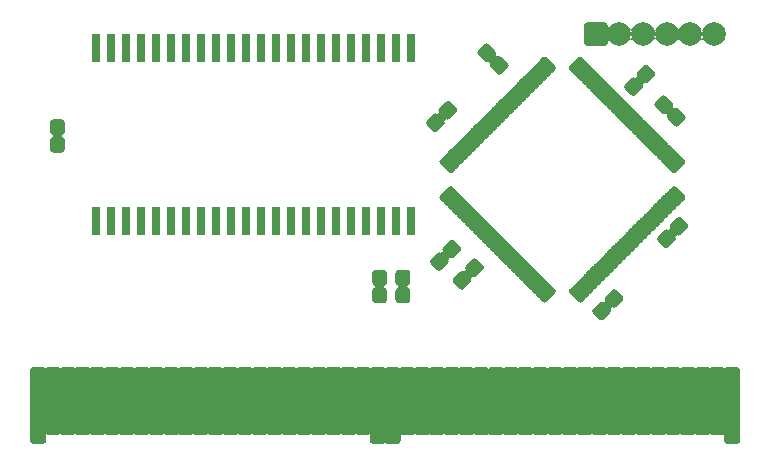
<source format=gbr>
%TF.GenerationSoftware,KiCad,Pcbnew,(5.99.0-1468-g7e1294a4b)*%
%TF.CreationDate,2020-09-06T10:14:52+02:00*%
%TF.ProjectId,WonderSwan_32MB,576f6e64-6572-4537-9761-6e5f33324d42,rev?*%
%TF.SameCoordinates,PX87734b0PY5d70e60*%
%TF.FileFunction,Soldermask,Top*%
%TF.FilePolarity,Negative*%
%FSLAX46Y46*%
G04 Gerber Fmt 4.6, Leading zero omitted, Abs format (unit mm)*
G04 Created by KiCad (PCBNEW (5.99.0-1468-g7e1294a4b)) date 2020-09-06 10:14:52*
%MOMM*%
%LPD*%
G01*
G04 APERTURE LIST*
%ADD10C,2.008000*%
G04 APERTURE END LIST*
G36*
G01*
X-830000Y-8091000D02*
X-80000Y-8091000D01*
G75*
G02*
X174000Y-8345000I0J-254000D01*
G01*
X174000Y-9145000D01*
G75*
G02*
X-80000Y-9399000I-254000J0D01*
G01*
X-830000Y-9399000D01*
G75*
G02*
X-1084000Y-9145000I0J254000D01*
G01*
X-1084000Y-8345000D01*
G75*
G02*
X-830000Y-8091000I254000J0D01*
G01*
G37*
G36*
G01*
X-830000Y-6591000D02*
X-80000Y-6591000D01*
G75*
G02*
X174000Y-6845000I0J-254000D01*
G01*
X174000Y-7645000D01*
G75*
G02*
X-80000Y-7899000I-254000J0D01*
G01*
X-830000Y-7899000D01*
G75*
G02*
X-1084000Y-7645000I0J254000D01*
G01*
X-1084000Y-6845000D01*
G75*
G02*
X-830000Y-6591000I254000J0D01*
G01*
G37*
G36*
G01*
X-2805000Y-6591000D02*
X-2055000Y-6591000D01*
G75*
G02*
X-1801000Y-6845000I0J-254000D01*
G01*
X-1801000Y-7645000D01*
G75*
G02*
X-2055000Y-7899000I-254000J0D01*
G01*
X-2805000Y-7899000D01*
G75*
G02*
X-3059000Y-7645000I0J254000D01*
G01*
X-3059000Y-6845000D01*
G75*
G02*
X-2805000Y-6591000I254000J0D01*
G01*
G37*
G36*
G01*
X-2805000Y-8091000D02*
X-2055000Y-8091000D01*
G75*
G02*
X-1801000Y-8345000I0J-254000D01*
G01*
X-1801000Y-9145000D01*
G75*
G02*
X-2055000Y-9399000I-254000J0D01*
G01*
X-2805000Y-9399000D01*
G75*
G02*
X-3059000Y-9145000I0J254000D01*
G01*
X-3059000Y-8345000D01*
G75*
G02*
X-2805000Y-8091000I254000J0D01*
G01*
G37*
G36*
G01*
X-29330000Y3351000D02*
X-30080000Y3351000D01*
G75*
G02*
X-30334000Y3605000I0J254000D01*
G01*
X-30334000Y4405000D01*
G75*
G02*
X-30080000Y4659000I254000J0D01*
G01*
X-29330000Y4659000D01*
G75*
G02*
X-29076000Y4405000I0J-254000D01*
G01*
X-29076000Y3605000D01*
G75*
G02*
X-29330000Y3351000I-254000J0D01*
G01*
G37*
G36*
G01*
X-29330000Y4851000D02*
X-30080000Y4851000D01*
G75*
G02*
X-30334000Y5105000I0J254000D01*
G01*
X-30334000Y5905000D01*
G75*
G02*
X-30080000Y6159000I254000J0D01*
G01*
X-29330000Y6159000D01*
G75*
G02*
X-29076000Y5905000I0J-254000D01*
G01*
X-29076000Y5105000D01*
G75*
G02*
X-29330000Y4851000I-254000J0D01*
G01*
G37*
G36*
G01*
X2102387Y5142057D02*
X1572057Y5672387D01*
G75*
G02*
X1572057Y6031597I179605J179605D01*
G01*
X2137743Y6597283D01*
G75*
G02*
X2496953Y6597283I179605J-179605D01*
G01*
X3027283Y6066953D01*
G75*
G02*
X3027283Y5707743I-179605J-179605D01*
G01*
X2461597Y5142057D01*
G75*
G02*
X2102387Y5142057I-179605J179605D01*
G01*
G37*
G36*
G01*
X3163047Y6202717D02*
X2632717Y6733047D01*
G75*
G02*
X2632717Y7092257I179605J179605D01*
G01*
X3198403Y7657943D01*
G75*
G02*
X3557613Y7657943I179605J-179605D01*
G01*
X4087943Y7127613D01*
G75*
G02*
X4087943Y6768403I-179605J-179605D01*
G01*
X3522257Y6202717D01*
G75*
G02*
X3163047Y6202717I-179605J179605D01*
G01*
G37*
G36*
G01*
X6972717Y10921953D02*
X7503047Y11452283D01*
G75*
G02*
X7862257Y11452283I179605J-179605D01*
G01*
X8427943Y10886597D01*
G75*
G02*
X8427943Y10527387I-179605J-179605D01*
G01*
X7897613Y9997057D01*
G75*
G02*
X7538403Y9997057I-179605J179605D01*
G01*
X6972717Y10562743D01*
G75*
G02*
X6972717Y10921953I179605J179605D01*
G01*
G37*
G36*
G01*
X5912057Y11982613D02*
X6442387Y12512943D01*
G75*
G02*
X6801597Y12512943I179605J-179605D01*
G01*
X7367283Y11947257D01*
G75*
G02*
X7367283Y11588047I-179605J-179605D01*
G01*
X6836953Y11057717D01*
G75*
G02*
X6477743Y11057717I-179605J179605D01*
G01*
X5912057Y11623403D01*
G75*
G02*
X5912057Y11982613I179605J179605D01*
G01*
G37*
G36*
G01*
X20327613Y10717943D02*
X20857943Y10187613D01*
G75*
G02*
X20857943Y9828403I-179605J-179605D01*
G01*
X20292257Y9262717D01*
G75*
G02*
X19933047Y9262717I-179605J179605D01*
G01*
X19402717Y9793047D01*
G75*
G02*
X19402717Y10152257I179605J179605D01*
G01*
X19968403Y10717943D01*
G75*
G02*
X20327613Y10717943I179605J-179605D01*
G01*
G37*
G36*
G01*
X19266953Y9657283D02*
X19797283Y9126953D01*
G75*
G02*
X19797283Y8767743I-179605J-179605D01*
G01*
X19231597Y8202057D01*
G75*
G02*
X18872387Y8202057I-179605J179605D01*
G01*
X18342057Y8732387D01*
G75*
G02*
X18342057Y9091597I179605J179605D01*
G01*
X18907743Y9657283D01*
G75*
G02*
X19266953Y9657283I179605J-179605D01*
G01*
G37*
G36*
G01*
X21972717Y6536953D02*
X22503047Y7067283D01*
G75*
G02*
X22862257Y7067283I179605J-179605D01*
G01*
X23427943Y6501597D01*
G75*
G02*
X23427943Y6142387I-179605J-179605D01*
G01*
X22897613Y5612057D01*
G75*
G02*
X22538403Y5612057I-179605J179605D01*
G01*
X21972717Y6177743D01*
G75*
G02*
X21972717Y6536953I179605J179605D01*
G01*
G37*
G36*
G01*
X20912057Y7597613D02*
X21442387Y8127943D01*
G75*
G02*
X21801597Y8127943I179605J-179605D01*
G01*
X22367283Y7562257D01*
G75*
G02*
X22367283Y7203047I-179605J-179605D01*
G01*
X21836953Y6672717D01*
G75*
G02*
X21477743Y6672717I-179605J179605D01*
G01*
X20912057Y7238403D01*
G75*
G02*
X20912057Y7597613I179605J179605D01*
G01*
G37*
G36*
G01*
X22723047Y-3617283D02*
X22192717Y-3086953D01*
G75*
G02*
X22192717Y-2727743I179605J179605D01*
G01*
X22758403Y-2162057D01*
G75*
G02*
X23117613Y-2162057I179605J-179605D01*
G01*
X23647943Y-2692387D01*
G75*
G02*
X23647943Y-3051597I-179605J-179605D01*
G01*
X23082257Y-3617283D01*
G75*
G02*
X22723047Y-3617283I-179605J179605D01*
G01*
G37*
G36*
G01*
X21662387Y-4677943D02*
X21132057Y-4147613D01*
G75*
G02*
X21132057Y-3788403I179605J179605D01*
G01*
X21697743Y-3222717D01*
G75*
G02*
X22056953Y-3222717I179605J-179605D01*
G01*
X22587283Y-3753047D01*
G75*
G02*
X22587283Y-4112257I-179605J-179605D01*
G01*
X22021597Y-4677943D01*
G75*
G02*
X21662387Y-4677943I-179605J179605D01*
G01*
G37*
G36*
G01*
X16162387Y-10797943D02*
X15632057Y-10267613D01*
G75*
G02*
X15632057Y-9908403I179605J179605D01*
G01*
X16197743Y-9342717D01*
G75*
G02*
X16556953Y-9342717I179605J-179605D01*
G01*
X17087283Y-9873047D01*
G75*
G02*
X17087283Y-10232257I-179605J-179605D01*
G01*
X16521597Y-10797943D01*
G75*
G02*
X16162387Y-10797943I-179605J179605D01*
G01*
G37*
G36*
G01*
X17223047Y-9737283D02*
X16692717Y-9206953D01*
G75*
G02*
X16692717Y-8847743I179605J179605D01*
G01*
X17258403Y-8282057D01*
G75*
G02*
X17617613Y-8282057I179605J-179605D01*
G01*
X18147943Y-8812387D01*
G75*
G02*
X18147943Y-9171597I-179605J-179605D01*
G01*
X17582257Y-9737283D01*
G75*
G02*
X17223047Y-9737283I-179605J179605D01*
G01*
G37*
G36*
G01*
X4746953Y-6742717D02*
X5277283Y-7273047D01*
G75*
G02*
X5277283Y-7632257I-179605J-179605D01*
G01*
X4711597Y-8197943D01*
G75*
G02*
X4352387Y-8197943I-179605J179605D01*
G01*
X3822057Y-7667613D01*
G75*
G02*
X3822057Y-7308403I179605J179605D01*
G01*
X4387743Y-6742717D01*
G75*
G02*
X4746953Y-6742717I179605J-179605D01*
G01*
G37*
G36*
G01*
X5807613Y-5682057D02*
X6337943Y-6212387D01*
G75*
G02*
X6337943Y-6571597I-179605J-179605D01*
G01*
X5772257Y-7137283D01*
G75*
G02*
X5413047Y-7137283I-179605J179605D01*
G01*
X4882717Y-6606953D01*
G75*
G02*
X4882717Y-6247743I179605J179605D01*
G01*
X5448403Y-5682057D01*
G75*
G02*
X5807613Y-5682057I179605J-179605D01*
G01*
G37*
G36*
G01*
X22133019Y264738D02*
X22312624Y444343D01*
G75*
G02*
X22671834Y444343I179605J-179605D01*
G01*
X23390255Y-274078D01*
G75*
G02*
X23390255Y-633288I-179605J-179605D01*
G01*
X23210650Y-812893D01*
G75*
G02*
X22851440Y-812893I-179605J179605D01*
G01*
X22133019Y-94472D01*
G75*
G02*
X22133019Y264738I179605J179605D01*
G01*
G37*
G36*
G01*
X13655657Y-8212624D02*
X13835262Y-8033019D01*
G75*
G02*
X14194472Y-8033019I179605J-179605D01*
G01*
X14912893Y-8751440D01*
G75*
G02*
X14912893Y-9110650I-179605J-179605D01*
G01*
X14733288Y-9290255D01*
G75*
G02*
X14374078Y-9290255I-179605J179605D01*
G01*
X13655657Y-8571834D01*
G75*
G02*
X13655657Y-8212624I179605J179605D01*
G01*
G37*
G36*
G01*
X14014868Y-7853414D02*
X14194473Y-7673809D01*
G75*
G02*
X14553683Y-7673809I179605J-179605D01*
G01*
X15272104Y-8392230D01*
G75*
G02*
X15272104Y-8751440I-179605J-179605D01*
G01*
X15092499Y-8931045D01*
G75*
G02*
X14733289Y-8931045I-179605J179605D01*
G01*
X14014868Y-8212624D01*
G75*
G02*
X14014868Y-7853414I179605J179605D01*
G01*
G37*
G36*
G01*
X14356117Y-7512164D02*
X14535722Y-7332559D01*
G75*
G02*
X14894932Y-7332559I179605J-179605D01*
G01*
X15613353Y-8050980D01*
G75*
G02*
X15613353Y-8410190I-179605J-179605D01*
G01*
X15433748Y-8589795D01*
G75*
G02*
X15074538Y-8589795I-179605J179605D01*
G01*
X14356117Y-7871374D01*
G75*
G02*
X14356117Y-7512164I179605J179605D01*
G01*
G37*
G36*
G01*
X14715328Y-7152954D02*
X14894933Y-6973349D01*
G75*
G02*
X15254143Y-6973349I179605J-179605D01*
G01*
X15972564Y-7691770D01*
G75*
G02*
X15972564Y-8050980I-179605J-179605D01*
G01*
X15792959Y-8230585D01*
G75*
G02*
X15433749Y-8230585I-179605J179605D01*
G01*
X14715328Y-7512164D01*
G75*
G02*
X14715328Y-7152954I179605J179605D01*
G01*
G37*
G36*
G01*
X15074538Y-6793744D02*
X15254143Y-6614139D01*
G75*
G02*
X15613353Y-6614139I179605J-179605D01*
G01*
X16331774Y-7332560D01*
G75*
G02*
X16331774Y-7691770I-179605J-179605D01*
G01*
X16152169Y-7871375D01*
G75*
G02*
X15792959Y-7871375I-179605J179605D01*
G01*
X15074538Y-7152954D01*
G75*
G02*
X15074538Y-6793744I179605J179605D01*
G01*
G37*
G36*
G01*
X15415788Y-6452494D02*
X15595393Y-6272889D01*
G75*
G02*
X15954603Y-6272889I179605J-179605D01*
G01*
X16673024Y-6991310D01*
G75*
G02*
X16673024Y-7350520I-179605J-179605D01*
G01*
X16493419Y-7530125D01*
G75*
G02*
X16134209Y-7530125I-179605J179605D01*
G01*
X15415788Y-6811704D01*
G75*
G02*
X15415788Y-6452494I179605J179605D01*
G01*
G37*
G36*
G01*
X15774998Y-6093284D02*
X15954603Y-5913679D01*
G75*
G02*
X16313813Y-5913679I179605J-179605D01*
G01*
X17032234Y-6632100D01*
G75*
G02*
X17032234Y-6991310I-179605J-179605D01*
G01*
X16852629Y-7170915D01*
G75*
G02*
X16493419Y-7170915I-179605J179605D01*
G01*
X15774998Y-6452494D01*
G75*
G02*
X15774998Y-6093284I179605J179605D01*
G01*
G37*
G36*
G01*
X16134208Y-5734073D02*
X16313813Y-5554468D01*
G75*
G02*
X16673023Y-5554468I179605J-179605D01*
G01*
X17391444Y-6272889D01*
G75*
G02*
X17391444Y-6632099I-179605J-179605D01*
G01*
X17211839Y-6811704D01*
G75*
G02*
X16852629Y-6811704I-179605J179605D01*
G01*
X16134208Y-6093283D01*
G75*
G02*
X16134208Y-5734073I179605J179605D01*
G01*
G37*
G36*
G01*
X16475458Y-5392824D02*
X16655063Y-5213219D01*
G75*
G02*
X17014273Y-5213219I179605J-179605D01*
G01*
X17732694Y-5931640D01*
G75*
G02*
X17732694Y-6290850I-179605J-179605D01*
G01*
X17553089Y-6470455D01*
G75*
G02*
X17193879Y-6470455I-179605J179605D01*
G01*
X16475458Y-5752034D01*
G75*
G02*
X16475458Y-5392824I179605J179605D01*
G01*
G37*
G36*
G01*
X16834668Y-5033613D02*
X17014273Y-4854008D01*
G75*
G02*
X17373483Y-4854008I179605J-179605D01*
G01*
X18091904Y-5572429D01*
G75*
G02*
X18091904Y-5931639I-179605J-179605D01*
G01*
X17912299Y-6111244D01*
G75*
G02*
X17553089Y-6111244I-179605J179605D01*
G01*
X16834668Y-5392823D01*
G75*
G02*
X16834668Y-5033613I179605J179605D01*
G01*
G37*
G36*
G01*
X17193878Y-4674403D02*
X17373483Y-4494798D01*
G75*
G02*
X17732693Y-4494798I179605J-179605D01*
G01*
X18451114Y-5213219D01*
G75*
G02*
X18451114Y-5572429I-179605J-179605D01*
G01*
X18271509Y-5752034D01*
G75*
G02*
X17912299Y-5752034I-179605J179605D01*
G01*
X17193878Y-5033613D01*
G75*
G02*
X17193878Y-4674403I179605J179605D01*
G01*
G37*
G36*
G01*
X17553089Y-4315193D02*
X17732694Y-4135588D01*
G75*
G02*
X18091904Y-4135588I179605J-179605D01*
G01*
X18810325Y-4854009D01*
G75*
G02*
X18810325Y-5213219I-179605J-179605D01*
G01*
X18630720Y-5392824D01*
G75*
G02*
X18271510Y-5392824I-179605J179605D01*
G01*
X17553089Y-4674403D01*
G75*
G02*
X17553089Y-4315193I179605J179605D01*
G01*
G37*
G36*
G01*
X17894338Y-3973943D02*
X18073943Y-3794338D01*
G75*
G02*
X18433153Y-3794338I179605J-179605D01*
G01*
X19151574Y-4512759D01*
G75*
G02*
X19151574Y-4871969I-179605J-179605D01*
G01*
X18971969Y-5051574D01*
G75*
G02*
X18612759Y-5051574I-179605J179605D01*
G01*
X17894338Y-4333153D01*
G75*
G02*
X17894338Y-3973943I179605J179605D01*
G01*
G37*
G36*
G01*
X18253548Y-3614733D02*
X18433153Y-3435128D01*
G75*
G02*
X18792363Y-3435128I179605J-179605D01*
G01*
X19510784Y-4153549D01*
G75*
G02*
X19510784Y-4512759I-179605J-179605D01*
G01*
X19331179Y-4692364D01*
G75*
G02*
X18971969Y-4692364I-179605J179605D01*
G01*
X18253548Y-3973943D01*
G75*
G02*
X18253548Y-3614733I179605J179605D01*
G01*
G37*
G36*
G01*
X18612759Y-3255523D02*
X18792364Y-3075918D01*
G75*
G02*
X19151574Y-3075918I179605J-179605D01*
G01*
X19869995Y-3794339D01*
G75*
G02*
X19869995Y-4153549I-179605J-179605D01*
G01*
X19690390Y-4333154D01*
G75*
G02*
X19331180Y-4333154I-179605J179605D01*
G01*
X18612759Y-3614733D01*
G75*
G02*
X18612759Y-3255523I179605J179605D01*
G01*
G37*
G36*
G01*
X18954008Y-2914273D02*
X19133613Y-2734668D01*
G75*
G02*
X19492823Y-2734668I179605J-179605D01*
G01*
X20211244Y-3453089D01*
G75*
G02*
X20211244Y-3812299I-179605J-179605D01*
G01*
X20031639Y-3991904D01*
G75*
G02*
X19672429Y-3991904I-179605J179605D01*
G01*
X18954008Y-3273483D01*
G75*
G02*
X18954008Y-2914273I179605J179605D01*
G01*
G37*
G36*
G01*
X19313219Y-2555063D02*
X19492824Y-2375458D01*
G75*
G02*
X19852034Y-2375458I179605J-179605D01*
G01*
X20570455Y-3093879D01*
G75*
G02*
X20570455Y-3453089I-179605J-179605D01*
G01*
X20390850Y-3632694D01*
G75*
G02*
X20031640Y-3632694I-179605J179605D01*
G01*
X19313219Y-2914273D01*
G75*
G02*
X19313219Y-2555063I179605J179605D01*
G01*
G37*
G36*
G01*
X19672429Y-2195853D02*
X19852034Y-2016248D01*
G75*
G02*
X20211244Y-2016248I179605J-179605D01*
G01*
X20929665Y-2734669D01*
G75*
G02*
X20929665Y-3093879I-179605J-179605D01*
G01*
X20750060Y-3273484D01*
G75*
G02*
X20390850Y-3273484I-179605J179605D01*
G01*
X19672429Y-2555063D01*
G75*
G02*
X19672429Y-2195853I179605J179605D01*
G01*
G37*
G36*
G01*
X20013679Y-1854603D02*
X20193284Y-1674998D01*
G75*
G02*
X20552494Y-1674998I179605J-179605D01*
G01*
X21270915Y-2393419D01*
G75*
G02*
X21270915Y-2752629I-179605J-179605D01*
G01*
X21091310Y-2932234D01*
G75*
G02*
X20732100Y-2932234I-179605J179605D01*
G01*
X20013679Y-2213813D01*
G75*
G02*
X20013679Y-1854603I179605J179605D01*
G01*
G37*
G36*
G01*
X20372889Y-1495393D02*
X20552494Y-1315788D01*
G75*
G02*
X20911704Y-1315788I179605J-179605D01*
G01*
X21630125Y-2034209D01*
G75*
G02*
X21630125Y-2393419I-179605J-179605D01*
G01*
X21450520Y-2573024D01*
G75*
G02*
X21091310Y-2573024I-179605J179605D01*
G01*
X20372889Y-1854603D01*
G75*
G02*
X20372889Y-1495393I179605J179605D01*
G01*
G37*
G36*
G01*
X20732099Y-1136182D02*
X20911704Y-956577D01*
G75*
G02*
X21270914Y-956577I179605J-179605D01*
G01*
X21989335Y-1674998D01*
G75*
G02*
X21989335Y-2034208I-179605J-179605D01*
G01*
X21809730Y-2213813D01*
G75*
G02*
X21450520Y-2213813I-179605J179605D01*
G01*
X20732099Y-1495392D01*
G75*
G02*
X20732099Y-1136182I179605J179605D01*
G01*
G37*
G36*
G01*
X21073349Y-794933D02*
X21252954Y-615328D01*
G75*
G02*
X21612164Y-615328I179605J-179605D01*
G01*
X22330585Y-1333749D01*
G75*
G02*
X22330585Y-1692959I-179605J-179605D01*
G01*
X22150980Y-1872564D01*
G75*
G02*
X21791770Y-1872564I-179605J179605D01*
G01*
X21073349Y-1154143D01*
G75*
G02*
X21073349Y-794933I179605J179605D01*
G01*
G37*
G36*
G01*
X21432559Y-435722D02*
X21612164Y-256117D01*
G75*
G02*
X21971374Y-256117I179605J-179605D01*
G01*
X22689795Y-974538D01*
G75*
G02*
X22689795Y-1333748I-179605J-179605D01*
G01*
X22510190Y-1513353D01*
G75*
G02*
X22150980Y-1513353I-179605J179605D01*
G01*
X21432559Y-794932D01*
G75*
G02*
X21432559Y-435722I179605J179605D01*
G01*
G37*
G36*
G01*
X21791769Y-76512D02*
X21971374Y103093D01*
G75*
G02*
X22330584Y103093I179605J-179605D01*
G01*
X23049005Y-615328D01*
G75*
G02*
X23049005Y-974538I-179605J-179605D01*
G01*
X22869400Y-1154143D01*
G75*
G02*
X22510190Y-1154143I-179605J179605D01*
G01*
X21791769Y-435722D01*
G75*
G02*
X21791769Y-76512I179605J179605D01*
G01*
G37*
G36*
G01*
X11177107Y-8751440D02*
X11895528Y-8033019D01*
G75*
G02*
X12254738Y-8033019I179605J-179605D01*
G01*
X12434343Y-8212624D01*
G75*
G02*
X12434343Y-8571834I-179605J-179605D01*
G01*
X11715922Y-9290255D01*
G75*
G02*
X11356712Y-9290255I-179605J179605D01*
G01*
X11177107Y-9110650D01*
G75*
G02*
X11177107Y-8751440I179605J179605D01*
G01*
G37*
G36*
G01*
X2699745Y-274078D02*
X3418166Y444343D01*
G75*
G02*
X3777376Y444343I179605J-179605D01*
G01*
X3956981Y264738D01*
G75*
G02*
X3956981Y-94472I-179605J-179605D01*
G01*
X3238560Y-812893D01*
G75*
G02*
X2879350Y-812893I-179605J179605D01*
G01*
X2699745Y-633288D01*
G75*
G02*
X2699745Y-274078I179605J179605D01*
G01*
G37*
G36*
G01*
X3058955Y-633289D02*
X3777376Y85132D01*
G75*
G02*
X4136586Y85132I179605J-179605D01*
G01*
X4316191Y-94473D01*
G75*
G02*
X4316191Y-453683I-179605J-179605D01*
G01*
X3597770Y-1172104D01*
G75*
G02*
X3238560Y-1172104I-179605J179605D01*
G01*
X3058955Y-992499D01*
G75*
G02*
X3058955Y-633289I179605J179605D01*
G01*
G37*
G36*
G01*
X3400205Y-974538D02*
X4118626Y-256117D01*
G75*
G02*
X4477836Y-256117I179605J-179605D01*
G01*
X4657441Y-435722D01*
G75*
G02*
X4657441Y-794932I-179605J-179605D01*
G01*
X3939020Y-1513353D01*
G75*
G02*
X3579810Y-1513353I-179605J179605D01*
G01*
X3400205Y-1333748D01*
G75*
G02*
X3400205Y-974538I179605J179605D01*
G01*
G37*
G36*
G01*
X3759415Y-1333749D02*
X4477836Y-615328D01*
G75*
G02*
X4837046Y-615328I179605J-179605D01*
G01*
X5016651Y-794933D01*
G75*
G02*
X5016651Y-1154143I-179605J-179605D01*
G01*
X4298230Y-1872564D01*
G75*
G02*
X3939020Y-1872564I-179605J179605D01*
G01*
X3759415Y-1692959D01*
G75*
G02*
X3759415Y-1333749I179605J179605D01*
G01*
G37*
G36*
G01*
X4118625Y-1692959D02*
X4837046Y-974538D01*
G75*
G02*
X5196256Y-974538I179605J-179605D01*
G01*
X5375861Y-1154143D01*
G75*
G02*
X5375861Y-1513353I-179605J-179605D01*
G01*
X4657440Y-2231774D01*
G75*
G02*
X4298230Y-2231774I-179605J179605D01*
G01*
X4118625Y-2052169D01*
G75*
G02*
X4118625Y-1692959I179605J179605D01*
G01*
G37*
G36*
G01*
X4459875Y-2034209D02*
X5178296Y-1315788D01*
G75*
G02*
X5537506Y-1315788I179605J-179605D01*
G01*
X5717111Y-1495393D01*
G75*
G02*
X5717111Y-1854603I-179605J-179605D01*
G01*
X4998690Y-2573024D01*
G75*
G02*
X4639480Y-2573024I-179605J179605D01*
G01*
X4459875Y-2393419D01*
G75*
G02*
X4459875Y-2034209I179605J179605D01*
G01*
G37*
G36*
G01*
X4819085Y-2393419D02*
X5537506Y-1674998D01*
G75*
G02*
X5896716Y-1674998I179605J-179605D01*
G01*
X6076321Y-1854603D01*
G75*
G02*
X6076321Y-2213813I-179605J-179605D01*
G01*
X5357900Y-2932234D01*
G75*
G02*
X4998690Y-2932234I-179605J179605D01*
G01*
X4819085Y-2752629D01*
G75*
G02*
X4819085Y-2393419I179605J179605D01*
G01*
G37*
G36*
G01*
X5178296Y-2752629D02*
X5896717Y-2034208D01*
G75*
G02*
X6255927Y-2034208I179605J-179605D01*
G01*
X6435532Y-2213813D01*
G75*
G02*
X6435532Y-2573023I-179605J-179605D01*
G01*
X5717111Y-3291444D01*
G75*
G02*
X5357901Y-3291444I-179605J179605D01*
G01*
X5178296Y-3111839D01*
G75*
G02*
X5178296Y-2752629I179605J179605D01*
G01*
G37*
G36*
G01*
X5519545Y-3093879D02*
X6237966Y-2375458D01*
G75*
G02*
X6597176Y-2375458I179605J-179605D01*
G01*
X6776781Y-2555063D01*
G75*
G02*
X6776781Y-2914273I-179605J-179605D01*
G01*
X6058360Y-3632694D01*
G75*
G02*
X5699150Y-3632694I-179605J179605D01*
G01*
X5519545Y-3453089D01*
G75*
G02*
X5519545Y-3093879I179605J179605D01*
G01*
G37*
G36*
G01*
X5878756Y-3453089D02*
X6597177Y-2734668D01*
G75*
G02*
X6956387Y-2734668I179605J-179605D01*
G01*
X7135992Y-2914273D01*
G75*
G02*
X7135992Y-3273483I-179605J-179605D01*
G01*
X6417571Y-3991904D01*
G75*
G02*
X6058361Y-3991904I-179605J179605D01*
G01*
X5878756Y-3812299D01*
G75*
G02*
X5878756Y-3453089I179605J179605D01*
G01*
G37*
G36*
G01*
X6237966Y-3812299D02*
X6956387Y-3093878D01*
G75*
G02*
X7315597Y-3093878I179605J-179605D01*
G01*
X7495202Y-3273483D01*
G75*
G02*
X7495202Y-3632693I-179605J-179605D01*
G01*
X6776781Y-4351114D01*
G75*
G02*
X6417571Y-4351114I-179605J179605D01*
G01*
X6237966Y-4171509D01*
G75*
G02*
X6237966Y-3812299I179605J179605D01*
G01*
G37*
G36*
G01*
X6597176Y-4171510D02*
X7315597Y-3453089D01*
G75*
G02*
X7674807Y-3453089I179605J-179605D01*
G01*
X7854412Y-3632694D01*
G75*
G02*
X7854412Y-3991904I-179605J-179605D01*
G01*
X7135991Y-4710325D01*
G75*
G02*
X6776781Y-4710325I-179605J179605D01*
G01*
X6597176Y-4530720D01*
G75*
G02*
X6597176Y-4171510I179605J179605D01*
G01*
G37*
G36*
G01*
X6938426Y-4512759D02*
X7656847Y-3794338D01*
G75*
G02*
X8016057Y-3794338I179605J-179605D01*
G01*
X8195662Y-3973943D01*
G75*
G02*
X8195662Y-4333153I-179605J-179605D01*
G01*
X7477241Y-5051574D01*
G75*
G02*
X7118031Y-5051574I-179605J179605D01*
G01*
X6938426Y-4871969D01*
G75*
G02*
X6938426Y-4512759I179605J179605D01*
G01*
G37*
G36*
G01*
X7297636Y-4871969D02*
X8016057Y-4153548D01*
G75*
G02*
X8375267Y-4153548I179605J-179605D01*
G01*
X8554872Y-4333153D01*
G75*
G02*
X8554872Y-4692363I-179605J-179605D01*
G01*
X7836451Y-5410784D01*
G75*
G02*
X7477241Y-5410784I-179605J179605D01*
G01*
X7297636Y-5231179D01*
G75*
G02*
X7297636Y-4871969I179605J179605D01*
G01*
G37*
G36*
G01*
X7656846Y-5231180D02*
X8375267Y-4512759D01*
G75*
G02*
X8734477Y-4512759I179605J-179605D01*
G01*
X8914082Y-4692364D01*
G75*
G02*
X8914082Y-5051574I-179605J-179605D01*
G01*
X8195661Y-5769995D01*
G75*
G02*
X7836451Y-5769995I-179605J179605D01*
G01*
X7656846Y-5590390D01*
G75*
G02*
X7656846Y-5231180I179605J179605D01*
G01*
G37*
G36*
G01*
X7998096Y-5572429D02*
X8716517Y-4854008D01*
G75*
G02*
X9075727Y-4854008I179605J-179605D01*
G01*
X9255332Y-5033613D01*
G75*
G02*
X9255332Y-5392823I-179605J-179605D01*
G01*
X8536911Y-6111244D01*
G75*
G02*
X8177701Y-6111244I-179605J179605D01*
G01*
X7998096Y-5931639D01*
G75*
G02*
X7998096Y-5572429I179605J179605D01*
G01*
G37*
G36*
G01*
X8357306Y-5931640D02*
X9075727Y-5213219D01*
G75*
G02*
X9434937Y-5213219I179605J-179605D01*
G01*
X9614542Y-5392824D01*
G75*
G02*
X9614542Y-5752034I-179605J-179605D01*
G01*
X8896121Y-6470455D01*
G75*
G02*
X8536911Y-6470455I-179605J179605D01*
G01*
X8357306Y-6290850D01*
G75*
G02*
X8357306Y-5931640I179605J179605D01*
G01*
G37*
G36*
G01*
X8716516Y-6290850D02*
X9434937Y-5572429D01*
G75*
G02*
X9794147Y-5572429I179605J-179605D01*
G01*
X9973752Y-5752034D01*
G75*
G02*
X9973752Y-6111244I-179605J-179605D01*
G01*
X9255331Y-6829665D01*
G75*
G02*
X8896121Y-6829665I-179605J179605D01*
G01*
X8716516Y-6650060D01*
G75*
G02*
X8716516Y-6290850I179605J179605D01*
G01*
G37*
G36*
G01*
X9057766Y-6632100D02*
X9776187Y-5913679D01*
G75*
G02*
X10135397Y-5913679I179605J-179605D01*
G01*
X10315002Y-6093284D01*
G75*
G02*
X10315002Y-6452494I-179605J-179605D01*
G01*
X9596581Y-7170915D01*
G75*
G02*
X9237371Y-7170915I-179605J179605D01*
G01*
X9057766Y-6991310D01*
G75*
G02*
X9057766Y-6632100I179605J179605D01*
G01*
G37*
G36*
G01*
X9416976Y-6991310D02*
X10135397Y-6272889D01*
G75*
G02*
X10494607Y-6272889I179605J-179605D01*
G01*
X10674212Y-6452494D01*
G75*
G02*
X10674212Y-6811704I-179605J-179605D01*
G01*
X9955791Y-7530125D01*
G75*
G02*
X9596581Y-7530125I-179605J179605D01*
G01*
X9416976Y-7350520D01*
G75*
G02*
X9416976Y-6991310I179605J179605D01*
G01*
G37*
G36*
G01*
X9776187Y-7350520D02*
X10494608Y-6632099D01*
G75*
G02*
X10853818Y-6632099I179605J-179605D01*
G01*
X11033423Y-6811704D01*
G75*
G02*
X11033423Y-7170914I-179605J-179605D01*
G01*
X10315002Y-7889335D01*
G75*
G02*
X9955792Y-7889335I-179605J179605D01*
G01*
X9776187Y-7709730D01*
G75*
G02*
X9776187Y-7350520I179605J179605D01*
G01*
G37*
G36*
G01*
X10117436Y-7691770D02*
X10835857Y-6973349D01*
G75*
G02*
X11195067Y-6973349I179605J-179605D01*
G01*
X11374672Y-7152954D01*
G75*
G02*
X11374672Y-7512164I-179605J-179605D01*
G01*
X10656251Y-8230585D01*
G75*
G02*
X10297041Y-8230585I-179605J179605D01*
G01*
X10117436Y-8050980D01*
G75*
G02*
X10117436Y-7691770I179605J179605D01*
G01*
G37*
G36*
G01*
X10476647Y-8050980D02*
X11195068Y-7332559D01*
G75*
G02*
X11554278Y-7332559I179605J-179605D01*
G01*
X11733883Y-7512164D01*
G75*
G02*
X11733883Y-7871374I-179605J-179605D01*
G01*
X11015462Y-8589795D01*
G75*
G02*
X10656252Y-8589795I-179605J179605D01*
G01*
X10476647Y-8410190D01*
G75*
G02*
X10476647Y-8050980I179605J179605D01*
G01*
G37*
G36*
G01*
X10835857Y-8410190D02*
X11554278Y-7691769D01*
G75*
G02*
X11913488Y-7691769I179605J-179605D01*
G01*
X12093093Y-7871374D01*
G75*
G02*
X12093093Y-8230584I-179605J-179605D01*
G01*
X11374672Y-8949005D01*
G75*
G02*
X11015462Y-8949005I-179605J179605D01*
G01*
X10835857Y-8769400D01*
G75*
G02*
X10835857Y-8410190I179605J179605D01*
G01*
G37*
G36*
G01*
X22133019Y2204472D02*
X22851440Y2922893D01*
G75*
G02*
X23210650Y2922893I179605J-179605D01*
G01*
X23390255Y2743288D01*
G75*
G02*
X23390255Y2384078I-179605J-179605D01*
G01*
X22671834Y1665657D01*
G75*
G02*
X22312624Y1665657I-179605J179605D01*
G01*
X22133019Y1845262D01*
G75*
G02*
X22133019Y2204472I179605J179605D01*
G01*
G37*
G36*
G01*
X21773809Y2563683D02*
X22492230Y3282104D01*
G75*
G02*
X22851440Y3282104I179605J-179605D01*
G01*
X23031045Y3102499D01*
G75*
G02*
X23031045Y2743289I-179605J-179605D01*
G01*
X22312624Y2024868D01*
G75*
G02*
X21953414Y2024868I-179605J179605D01*
G01*
X21773809Y2204473D01*
G75*
G02*
X21773809Y2563683I179605J179605D01*
G01*
G37*
G36*
G01*
X21432559Y2904932D02*
X22150980Y3623353D01*
G75*
G02*
X22510190Y3623353I179605J-179605D01*
G01*
X22689795Y3443748D01*
G75*
G02*
X22689795Y3084538I-179605J-179605D01*
G01*
X21971374Y2366117D01*
G75*
G02*
X21612164Y2366117I-179605J179605D01*
G01*
X21432559Y2545722D01*
G75*
G02*
X21432559Y2904932I179605J179605D01*
G01*
G37*
G36*
G01*
X21073349Y3264143D02*
X21791770Y3982564D01*
G75*
G02*
X22150980Y3982564I179605J-179605D01*
G01*
X22330585Y3802959D01*
G75*
G02*
X22330585Y3443749I-179605J-179605D01*
G01*
X21612164Y2725328D01*
G75*
G02*
X21252954Y2725328I-179605J179605D01*
G01*
X21073349Y2904933D01*
G75*
G02*
X21073349Y3264143I179605J179605D01*
G01*
G37*
G36*
G01*
X20714139Y3623353D02*
X21432560Y4341774D01*
G75*
G02*
X21791770Y4341774I179605J-179605D01*
G01*
X21971375Y4162169D01*
G75*
G02*
X21971375Y3802959I-179605J-179605D01*
G01*
X21252954Y3084538D01*
G75*
G02*
X20893744Y3084538I-179605J179605D01*
G01*
X20714139Y3264143D01*
G75*
G02*
X20714139Y3623353I179605J179605D01*
G01*
G37*
G36*
G01*
X20372889Y3964603D02*
X21091310Y4683024D01*
G75*
G02*
X21450520Y4683024I179605J-179605D01*
G01*
X21630125Y4503419D01*
G75*
G02*
X21630125Y4144209I-179605J-179605D01*
G01*
X20911704Y3425788D01*
G75*
G02*
X20552494Y3425788I-179605J179605D01*
G01*
X20372889Y3605393D01*
G75*
G02*
X20372889Y3964603I179605J179605D01*
G01*
G37*
G36*
G01*
X20013679Y4323813D02*
X20732100Y5042234D01*
G75*
G02*
X21091310Y5042234I179605J-179605D01*
G01*
X21270915Y4862629D01*
G75*
G02*
X21270915Y4503419I-179605J-179605D01*
G01*
X20552494Y3784998D01*
G75*
G02*
X20193284Y3784998I-179605J179605D01*
G01*
X20013679Y3964603D01*
G75*
G02*
X20013679Y4323813I179605J179605D01*
G01*
G37*
G36*
G01*
X19654468Y4683023D02*
X20372889Y5401444D01*
G75*
G02*
X20732099Y5401444I179605J-179605D01*
G01*
X20911704Y5221839D01*
G75*
G02*
X20911704Y4862629I-179605J-179605D01*
G01*
X20193283Y4144208D01*
G75*
G02*
X19834073Y4144208I-179605J179605D01*
G01*
X19654468Y4323813D01*
G75*
G02*
X19654468Y4683023I179605J179605D01*
G01*
G37*
G36*
G01*
X19313219Y5024273D02*
X20031640Y5742694D01*
G75*
G02*
X20390850Y5742694I179605J-179605D01*
G01*
X20570455Y5563089D01*
G75*
G02*
X20570455Y5203879I-179605J-179605D01*
G01*
X19852034Y4485458D01*
G75*
G02*
X19492824Y4485458I-179605J179605D01*
G01*
X19313219Y4665063D01*
G75*
G02*
X19313219Y5024273I179605J179605D01*
G01*
G37*
G36*
G01*
X18954008Y5383483D02*
X19672429Y6101904D01*
G75*
G02*
X20031639Y6101904I179605J-179605D01*
G01*
X20211244Y5922299D01*
G75*
G02*
X20211244Y5563089I-179605J-179605D01*
G01*
X19492823Y4844668D01*
G75*
G02*
X19133613Y4844668I-179605J179605D01*
G01*
X18954008Y5024273D01*
G75*
G02*
X18954008Y5383483I179605J179605D01*
G01*
G37*
G36*
G01*
X18594798Y5742693D02*
X19313219Y6461114D01*
G75*
G02*
X19672429Y6461114I179605J-179605D01*
G01*
X19852034Y6281509D01*
G75*
G02*
X19852034Y5922299I-179605J-179605D01*
G01*
X19133613Y5203878D01*
G75*
G02*
X18774403Y5203878I-179605J179605D01*
G01*
X18594798Y5383483D01*
G75*
G02*
X18594798Y5742693I179605J179605D01*
G01*
G37*
G36*
G01*
X18235588Y6101904D02*
X18954009Y6820325D01*
G75*
G02*
X19313219Y6820325I179605J-179605D01*
G01*
X19492824Y6640720D01*
G75*
G02*
X19492824Y6281510I-179605J-179605D01*
G01*
X18774403Y5563089D01*
G75*
G02*
X18415193Y5563089I-179605J179605D01*
G01*
X18235588Y5742694D01*
G75*
G02*
X18235588Y6101904I179605J179605D01*
G01*
G37*
G36*
G01*
X17894338Y6443153D02*
X18612759Y7161574D01*
G75*
G02*
X18971969Y7161574I179605J-179605D01*
G01*
X19151574Y6981969D01*
G75*
G02*
X19151574Y6622759I-179605J-179605D01*
G01*
X18433153Y5904338D01*
G75*
G02*
X18073943Y5904338I-179605J179605D01*
G01*
X17894338Y6083943D01*
G75*
G02*
X17894338Y6443153I179605J179605D01*
G01*
G37*
G36*
G01*
X17535128Y6802363D02*
X18253549Y7520784D01*
G75*
G02*
X18612759Y7520784I179605J-179605D01*
G01*
X18792364Y7341179D01*
G75*
G02*
X18792364Y6981969I-179605J-179605D01*
G01*
X18073943Y6263548D01*
G75*
G02*
X17714733Y6263548I-179605J179605D01*
G01*
X17535128Y6443153D01*
G75*
G02*
X17535128Y6802363I179605J179605D01*
G01*
G37*
G36*
G01*
X17175918Y7161574D02*
X17894339Y7879995D01*
G75*
G02*
X18253549Y7879995I179605J-179605D01*
G01*
X18433154Y7700390D01*
G75*
G02*
X18433154Y7341180I-179605J-179605D01*
G01*
X17714733Y6622759D01*
G75*
G02*
X17355523Y6622759I-179605J179605D01*
G01*
X17175918Y6802364D01*
G75*
G02*
X17175918Y7161574I179605J179605D01*
G01*
G37*
G36*
G01*
X16834668Y7502823D02*
X17553089Y8221244D01*
G75*
G02*
X17912299Y8221244I179605J-179605D01*
G01*
X18091904Y8041639D01*
G75*
G02*
X18091904Y7682429I-179605J-179605D01*
G01*
X17373483Y6964008D01*
G75*
G02*
X17014273Y6964008I-179605J179605D01*
G01*
X16834668Y7143613D01*
G75*
G02*
X16834668Y7502823I179605J179605D01*
G01*
G37*
G36*
G01*
X16475458Y7862034D02*
X17193879Y8580455D01*
G75*
G02*
X17553089Y8580455I179605J-179605D01*
G01*
X17732694Y8400850D01*
G75*
G02*
X17732694Y8041640I-179605J-179605D01*
G01*
X17014273Y7323219D01*
G75*
G02*
X16655063Y7323219I-179605J179605D01*
G01*
X16475458Y7502824D01*
G75*
G02*
X16475458Y7862034I179605J179605D01*
G01*
G37*
G36*
G01*
X16116248Y8221244D02*
X16834669Y8939665D01*
G75*
G02*
X17193879Y8939665I179605J-179605D01*
G01*
X17373484Y8760060D01*
G75*
G02*
X17373484Y8400850I-179605J-179605D01*
G01*
X16655063Y7682429D01*
G75*
G02*
X16295853Y7682429I-179605J179605D01*
G01*
X16116248Y7862034D01*
G75*
G02*
X16116248Y8221244I179605J179605D01*
G01*
G37*
G36*
G01*
X15774998Y8562494D02*
X16493419Y9280915D01*
G75*
G02*
X16852629Y9280915I179605J-179605D01*
G01*
X17032234Y9101310D01*
G75*
G02*
X17032234Y8742100I-179605J-179605D01*
G01*
X16313813Y8023679D01*
G75*
G02*
X15954603Y8023679I-179605J179605D01*
G01*
X15774998Y8203284D01*
G75*
G02*
X15774998Y8562494I179605J179605D01*
G01*
G37*
G36*
G01*
X15415788Y8921704D02*
X16134209Y9640125D01*
G75*
G02*
X16493419Y9640125I179605J-179605D01*
G01*
X16673024Y9460520D01*
G75*
G02*
X16673024Y9101310I-179605J-179605D01*
G01*
X15954603Y8382889D01*
G75*
G02*
X15595393Y8382889I-179605J179605D01*
G01*
X15415788Y8562494D01*
G75*
G02*
X15415788Y8921704I179605J179605D01*
G01*
G37*
G36*
G01*
X15056577Y9280914D02*
X15774998Y9999335D01*
G75*
G02*
X16134208Y9999335I179605J-179605D01*
G01*
X16313813Y9819730D01*
G75*
G02*
X16313813Y9460520I-179605J-179605D01*
G01*
X15595392Y8742099D01*
G75*
G02*
X15236182Y8742099I-179605J179605D01*
G01*
X15056577Y8921704D01*
G75*
G02*
X15056577Y9280914I179605J179605D01*
G01*
G37*
G36*
G01*
X14715328Y9622164D02*
X15433749Y10340585D01*
G75*
G02*
X15792959Y10340585I179605J-179605D01*
G01*
X15972564Y10160980D01*
G75*
G02*
X15972564Y9801770I-179605J-179605D01*
G01*
X15254143Y9083349D01*
G75*
G02*
X14894933Y9083349I-179605J179605D01*
G01*
X14715328Y9262954D01*
G75*
G02*
X14715328Y9622164I179605J179605D01*
G01*
G37*
G36*
G01*
X14356117Y9981374D02*
X15074538Y10699795D01*
G75*
G02*
X15433748Y10699795I179605J-179605D01*
G01*
X15613353Y10520190D01*
G75*
G02*
X15613353Y10160980I-179605J-179605D01*
G01*
X14894932Y9442559D01*
G75*
G02*
X14535722Y9442559I-179605J179605D01*
G01*
X14356117Y9622164D01*
G75*
G02*
X14356117Y9981374I179605J179605D01*
G01*
G37*
G36*
G01*
X13996907Y10340584D02*
X14715328Y11059005D01*
G75*
G02*
X15074538Y11059005I179605J-179605D01*
G01*
X15254143Y10879400D01*
G75*
G02*
X15254143Y10520190I-179605J-179605D01*
G01*
X14535722Y9801769D01*
G75*
G02*
X14176512Y9801769I-179605J179605D01*
G01*
X13996907Y9981374D01*
G75*
G02*
X13996907Y10340584I179605J179605D01*
G01*
G37*
G36*
G01*
X13655657Y10681834D02*
X14374078Y11400255D01*
G75*
G02*
X14733288Y11400255I179605J-179605D01*
G01*
X14912893Y11220650D01*
G75*
G02*
X14912893Y10861440I-179605J-179605D01*
G01*
X14194472Y10143019D01*
G75*
G02*
X13835262Y10143019I-179605J179605D01*
G01*
X13655657Y10322624D01*
G75*
G02*
X13655657Y10681834I179605J179605D01*
G01*
G37*
G36*
G01*
X11177107Y11220650D02*
X11356712Y11400255D01*
G75*
G02*
X11715922Y11400255I179605J-179605D01*
G01*
X12434343Y10681834D01*
G75*
G02*
X12434343Y10322624I-179605J-179605D01*
G01*
X12254738Y10143019D01*
G75*
G02*
X11895528Y10143019I-179605J179605D01*
G01*
X11177107Y10861440D01*
G75*
G02*
X11177107Y11220650I179605J179605D01*
G01*
G37*
G36*
G01*
X10817896Y10861440D02*
X10997501Y11041045D01*
G75*
G02*
X11356711Y11041045I179605J-179605D01*
G01*
X12075132Y10322624D01*
G75*
G02*
X12075132Y9963414I-179605J-179605D01*
G01*
X11895527Y9783809D01*
G75*
G02*
X11536317Y9783809I-179605J179605D01*
G01*
X10817896Y10502230D01*
G75*
G02*
X10817896Y10861440I179605J179605D01*
G01*
G37*
G36*
G01*
X10476647Y10520190D02*
X10656252Y10699795D01*
G75*
G02*
X11015462Y10699795I179605J-179605D01*
G01*
X11733883Y9981374D01*
G75*
G02*
X11733883Y9622164I-179605J-179605D01*
G01*
X11554278Y9442559D01*
G75*
G02*
X11195068Y9442559I-179605J179605D01*
G01*
X10476647Y10160980D01*
G75*
G02*
X10476647Y10520190I179605J179605D01*
G01*
G37*
G36*
G01*
X10117436Y10160980D02*
X10297041Y10340585D01*
G75*
G02*
X10656251Y10340585I179605J-179605D01*
G01*
X11374672Y9622164D01*
G75*
G02*
X11374672Y9262954I-179605J-179605D01*
G01*
X11195067Y9083349D01*
G75*
G02*
X10835857Y9083349I-179605J179605D01*
G01*
X10117436Y9801770D01*
G75*
G02*
X10117436Y10160980I179605J179605D01*
G01*
G37*
G36*
G01*
X9758226Y9801770D02*
X9937831Y9981375D01*
G75*
G02*
X10297041Y9981375I179605J-179605D01*
G01*
X11015462Y9262954D01*
G75*
G02*
X11015462Y8903744I-179605J-179605D01*
G01*
X10835857Y8724139D01*
G75*
G02*
X10476647Y8724139I-179605J179605D01*
G01*
X9758226Y9442560D01*
G75*
G02*
X9758226Y9801770I179605J179605D01*
G01*
G37*
G36*
G01*
X9416976Y9460520D02*
X9596581Y9640125D01*
G75*
G02*
X9955791Y9640125I179605J-179605D01*
G01*
X10674212Y8921704D01*
G75*
G02*
X10674212Y8562494I-179605J-179605D01*
G01*
X10494607Y8382889D01*
G75*
G02*
X10135397Y8382889I-179605J179605D01*
G01*
X9416976Y9101310D01*
G75*
G02*
X9416976Y9460520I179605J179605D01*
G01*
G37*
G36*
G01*
X9057766Y9101310D02*
X9237371Y9280915D01*
G75*
G02*
X9596581Y9280915I179605J-179605D01*
G01*
X10315002Y8562494D01*
G75*
G02*
X10315002Y8203284I-179605J-179605D01*
G01*
X10135397Y8023679D01*
G75*
G02*
X9776187Y8023679I-179605J179605D01*
G01*
X9057766Y8742100D01*
G75*
G02*
X9057766Y9101310I179605J179605D01*
G01*
G37*
G36*
G01*
X8698556Y8742099D02*
X8878161Y8921704D01*
G75*
G02*
X9237371Y8921704I179605J-179605D01*
G01*
X9955792Y8203283D01*
G75*
G02*
X9955792Y7844073I-179605J-179605D01*
G01*
X9776187Y7664468D01*
G75*
G02*
X9416977Y7664468I-179605J179605D01*
G01*
X8698556Y8382889D01*
G75*
G02*
X8698556Y8742099I179605J179605D01*
G01*
G37*
G36*
G01*
X8357306Y8400850D02*
X8536911Y8580455D01*
G75*
G02*
X8896121Y8580455I179605J-179605D01*
G01*
X9614542Y7862034D01*
G75*
G02*
X9614542Y7502824I-179605J-179605D01*
G01*
X9434937Y7323219D01*
G75*
G02*
X9075727Y7323219I-179605J179605D01*
G01*
X8357306Y8041640D01*
G75*
G02*
X8357306Y8400850I179605J179605D01*
G01*
G37*
G36*
G01*
X7998096Y8041639D02*
X8177701Y8221244D01*
G75*
G02*
X8536911Y8221244I179605J-179605D01*
G01*
X9255332Y7502823D01*
G75*
G02*
X9255332Y7143613I-179605J-179605D01*
G01*
X9075727Y6964008D01*
G75*
G02*
X8716517Y6964008I-179605J179605D01*
G01*
X7998096Y7682429D01*
G75*
G02*
X7998096Y8041639I179605J179605D01*
G01*
G37*
G36*
G01*
X7638886Y7682429D02*
X7818491Y7862034D01*
G75*
G02*
X8177701Y7862034I179605J-179605D01*
G01*
X8896122Y7143613D01*
G75*
G02*
X8896122Y6784403I-179605J-179605D01*
G01*
X8716517Y6604798D01*
G75*
G02*
X8357307Y6604798I-179605J179605D01*
G01*
X7638886Y7323219D01*
G75*
G02*
X7638886Y7682429I179605J179605D01*
G01*
G37*
G36*
G01*
X7279675Y7323219D02*
X7459280Y7502824D01*
G75*
G02*
X7818490Y7502824I179605J-179605D01*
G01*
X8536911Y6784403D01*
G75*
G02*
X8536911Y6425193I-179605J-179605D01*
G01*
X8357306Y6245588D01*
G75*
G02*
X7998096Y6245588I-179605J179605D01*
G01*
X7279675Y6964009D01*
G75*
G02*
X7279675Y7323219I179605J179605D01*
G01*
G37*
G36*
G01*
X6938426Y6981969D02*
X7118031Y7161574D01*
G75*
G02*
X7477241Y7161574I179605J-179605D01*
G01*
X8195662Y6443153D01*
G75*
G02*
X8195662Y6083943I-179605J-179605D01*
G01*
X8016057Y5904338D01*
G75*
G02*
X7656847Y5904338I-179605J179605D01*
G01*
X6938426Y6622759D01*
G75*
G02*
X6938426Y6981969I179605J179605D01*
G01*
G37*
G36*
G01*
X6579216Y6622759D02*
X6758821Y6802364D01*
G75*
G02*
X7118031Y6802364I179605J-179605D01*
G01*
X7836452Y6083943D01*
G75*
G02*
X7836452Y5724733I-179605J-179605D01*
G01*
X7656847Y5545128D01*
G75*
G02*
X7297637Y5545128I-179605J179605D01*
G01*
X6579216Y6263549D01*
G75*
G02*
X6579216Y6622759I179605J179605D01*
G01*
G37*
G36*
G01*
X6220005Y6263549D02*
X6399610Y6443154D01*
G75*
G02*
X6758820Y6443154I179605J-179605D01*
G01*
X7477241Y5724733D01*
G75*
G02*
X7477241Y5365523I-179605J-179605D01*
G01*
X7297636Y5185918D01*
G75*
G02*
X6938426Y5185918I-179605J179605D01*
G01*
X6220005Y5904339D01*
G75*
G02*
X6220005Y6263549I179605J179605D01*
G01*
G37*
G36*
G01*
X5878756Y5922299D02*
X6058361Y6101904D01*
G75*
G02*
X6417571Y6101904I179605J-179605D01*
G01*
X7135992Y5383483D01*
G75*
G02*
X7135992Y5024273I-179605J-179605D01*
G01*
X6956387Y4844668D01*
G75*
G02*
X6597177Y4844668I-179605J179605D01*
G01*
X5878756Y5563089D01*
G75*
G02*
X5878756Y5922299I179605J179605D01*
G01*
G37*
G36*
G01*
X5519545Y5563089D02*
X5699150Y5742694D01*
G75*
G02*
X6058360Y5742694I179605J-179605D01*
G01*
X6776781Y5024273D01*
G75*
G02*
X6776781Y4665063I-179605J-179605D01*
G01*
X6597176Y4485458D01*
G75*
G02*
X6237966Y4485458I-179605J179605D01*
G01*
X5519545Y5203879D01*
G75*
G02*
X5519545Y5563089I179605J179605D01*
G01*
G37*
G36*
G01*
X5160335Y5203879D02*
X5339940Y5383484D01*
G75*
G02*
X5699150Y5383484I179605J-179605D01*
G01*
X6417571Y4665063D01*
G75*
G02*
X6417571Y4305853I-179605J-179605D01*
G01*
X6237966Y4126248D01*
G75*
G02*
X5878756Y4126248I-179605J179605D01*
G01*
X5160335Y4844669D01*
G75*
G02*
X5160335Y5203879I179605J179605D01*
G01*
G37*
G36*
G01*
X4819085Y4862629D02*
X4998690Y5042234D01*
G75*
G02*
X5357900Y5042234I179605J-179605D01*
G01*
X6076321Y4323813D01*
G75*
G02*
X6076321Y3964603I-179605J-179605D01*
G01*
X5896716Y3784998D01*
G75*
G02*
X5537506Y3784998I-179605J179605D01*
G01*
X4819085Y4503419D01*
G75*
G02*
X4819085Y4862629I179605J179605D01*
G01*
G37*
G36*
G01*
X4459875Y4503419D02*
X4639480Y4683024D01*
G75*
G02*
X4998690Y4683024I179605J-179605D01*
G01*
X5717111Y3964603D01*
G75*
G02*
X5717111Y3605393I-179605J-179605D01*
G01*
X5537506Y3425788D01*
G75*
G02*
X5178296Y3425788I-179605J179605D01*
G01*
X4459875Y4144209D01*
G75*
G02*
X4459875Y4503419I179605J179605D01*
G01*
G37*
G36*
G01*
X4100665Y4144208D02*
X4280270Y4323813D01*
G75*
G02*
X4639480Y4323813I179605J-179605D01*
G01*
X5357901Y3605392D01*
G75*
G02*
X5357901Y3246182I-179605J-179605D01*
G01*
X5178296Y3066577D01*
G75*
G02*
X4819086Y3066577I-179605J179605D01*
G01*
X4100665Y3784998D01*
G75*
G02*
X4100665Y4144208I179605J179605D01*
G01*
G37*
G36*
G01*
X3759415Y3802959D02*
X3939020Y3982564D01*
G75*
G02*
X4298230Y3982564I179605J-179605D01*
G01*
X5016651Y3264143D01*
G75*
G02*
X5016651Y2904933I-179605J-179605D01*
G01*
X4837046Y2725328D01*
G75*
G02*
X4477836Y2725328I-179605J179605D01*
G01*
X3759415Y3443749D01*
G75*
G02*
X3759415Y3802959I179605J179605D01*
G01*
G37*
G36*
G01*
X3400205Y3443748D02*
X3579810Y3623353D01*
G75*
G02*
X3939020Y3623353I179605J-179605D01*
G01*
X4657441Y2904932D01*
G75*
G02*
X4657441Y2545722I-179605J-179605D01*
G01*
X4477836Y2366117D01*
G75*
G02*
X4118626Y2366117I-179605J179605D01*
G01*
X3400205Y3084538D01*
G75*
G02*
X3400205Y3443748I179605J179605D01*
G01*
G37*
G36*
G01*
X3040995Y3084538D02*
X3220600Y3264143D01*
G75*
G02*
X3579810Y3264143I179605J-179605D01*
G01*
X4298231Y2545722D01*
G75*
G02*
X4298231Y2186512I-179605J-179605D01*
G01*
X4118626Y2006907D01*
G75*
G02*
X3759416Y2006907I-179605J179605D01*
G01*
X3040995Y2725328D01*
G75*
G02*
X3040995Y3084538I179605J179605D01*
G01*
G37*
G36*
G01*
X2699745Y2743288D02*
X2879350Y2922893D01*
G75*
G02*
X3238560Y2922893I179605J-179605D01*
G01*
X3956981Y2204472D01*
G75*
G02*
X3956981Y1845262I-179605J-179605D01*
G01*
X3777376Y1665657D01*
G75*
G02*
X3418166Y1665657I-179605J179605D01*
G01*
X2699745Y2384078D01*
G75*
G02*
X2699745Y2743288I179605J179605D01*
G01*
G37*
G36*
G01*
X-26816200Y11120000D02*
X-26816200Y13320000D01*
G75*
G02*
X-26740000Y13396200I76200J0D01*
G01*
X-26140000Y13396200D01*
G75*
G02*
X-26063800Y13320000I0J-76200D01*
G01*
X-26063800Y11120000D01*
G75*
G02*
X-26140000Y11043800I-76200J0D01*
G01*
X-26740000Y11043800D01*
G75*
G02*
X-26816200Y11120000I0J76200D01*
G01*
G37*
G36*
G01*
X-25546200Y11120000D02*
X-25546200Y13320000D01*
G75*
G02*
X-25470000Y13396200I76200J0D01*
G01*
X-24870000Y13396200D01*
G75*
G02*
X-24793800Y13320000I0J-76200D01*
G01*
X-24793800Y11120000D01*
G75*
G02*
X-24870000Y11043800I-76200J0D01*
G01*
X-25470000Y11043800D01*
G75*
G02*
X-25546200Y11120000I0J76200D01*
G01*
G37*
G36*
G01*
X-24276200Y11120000D02*
X-24276200Y13320000D01*
G75*
G02*
X-24200000Y13396200I76200J0D01*
G01*
X-23600000Y13396200D01*
G75*
G02*
X-23523800Y13320000I0J-76200D01*
G01*
X-23523800Y11120000D01*
G75*
G02*
X-23600000Y11043800I-76200J0D01*
G01*
X-24200000Y11043800D01*
G75*
G02*
X-24276200Y11120000I0J76200D01*
G01*
G37*
G36*
G01*
X-23006200Y11120000D02*
X-23006200Y13320000D01*
G75*
G02*
X-22930000Y13396200I76200J0D01*
G01*
X-22330000Y13396200D01*
G75*
G02*
X-22253800Y13320000I0J-76200D01*
G01*
X-22253800Y11120000D01*
G75*
G02*
X-22330000Y11043800I-76200J0D01*
G01*
X-22930000Y11043800D01*
G75*
G02*
X-23006200Y11120000I0J76200D01*
G01*
G37*
G36*
G01*
X-21736200Y11120000D02*
X-21736200Y13320000D01*
G75*
G02*
X-21660000Y13396200I76200J0D01*
G01*
X-21060000Y13396200D01*
G75*
G02*
X-20983800Y13320000I0J-76200D01*
G01*
X-20983800Y11120000D01*
G75*
G02*
X-21060000Y11043800I-76200J0D01*
G01*
X-21660000Y11043800D01*
G75*
G02*
X-21736200Y11120000I0J76200D01*
G01*
G37*
G36*
G01*
X-20466200Y11120000D02*
X-20466200Y13320000D01*
G75*
G02*
X-20390000Y13396200I76200J0D01*
G01*
X-19790000Y13396200D01*
G75*
G02*
X-19713800Y13320000I0J-76200D01*
G01*
X-19713800Y11120000D01*
G75*
G02*
X-19790000Y11043800I-76200J0D01*
G01*
X-20390000Y11043800D01*
G75*
G02*
X-20466200Y11120000I0J76200D01*
G01*
G37*
G36*
G01*
X-19196200Y11120000D02*
X-19196200Y13320000D01*
G75*
G02*
X-19120000Y13396200I76200J0D01*
G01*
X-18520000Y13396200D01*
G75*
G02*
X-18443800Y13320000I0J-76200D01*
G01*
X-18443800Y11120000D01*
G75*
G02*
X-18520000Y11043800I-76200J0D01*
G01*
X-19120000Y11043800D01*
G75*
G02*
X-19196200Y11120000I0J76200D01*
G01*
G37*
G36*
G01*
X-17926200Y11120000D02*
X-17926200Y13320000D01*
G75*
G02*
X-17850000Y13396200I76200J0D01*
G01*
X-17250000Y13396200D01*
G75*
G02*
X-17173800Y13320000I0J-76200D01*
G01*
X-17173800Y11120000D01*
G75*
G02*
X-17250000Y11043800I-76200J0D01*
G01*
X-17850000Y11043800D01*
G75*
G02*
X-17926200Y11120000I0J76200D01*
G01*
G37*
G36*
G01*
X-16656200Y11120000D02*
X-16656200Y13320000D01*
G75*
G02*
X-16580000Y13396200I76200J0D01*
G01*
X-15980000Y13396200D01*
G75*
G02*
X-15903800Y13320000I0J-76200D01*
G01*
X-15903800Y11120000D01*
G75*
G02*
X-15980000Y11043800I-76200J0D01*
G01*
X-16580000Y11043800D01*
G75*
G02*
X-16656200Y11120000I0J76200D01*
G01*
G37*
G36*
G01*
X-15386200Y11120000D02*
X-15386200Y13320000D01*
G75*
G02*
X-15310000Y13396200I76200J0D01*
G01*
X-14710000Y13396200D01*
G75*
G02*
X-14633800Y13320000I0J-76200D01*
G01*
X-14633800Y11120000D01*
G75*
G02*
X-14710000Y11043800I-76200J0D01*
G01*
X-15310000Y11043800D01*
G75*
G02*
X-15386200Y11120000I0J76200D01*
G01*
G37*
G36*
G01*
X-14116200Y11120000D02*
X-14116200Y13320000D01*
G75*
G02*
X-14040000Y13396200I76200J0D01*
G01*
X-13440000Y13396200D01*
G75*
G02*
X-13363800Y13320000I0J-76200D01*
G01*
X-13363800Y11120000D01*
G75*
G02*
X-13440000Y11043800I-76200J0D01*
G01*
X-14040000Y11043800D01*
G75*
G02*
X-14116200Y11120000I0J76200D01*
G01*
G37*
G36*
G01*
X-12846200Y11120000D02*
X-12846200Y13320000D01*
G75*
G02*
X-12770000Y13396200I76200J0D01*
G01*
X-12170000Y13396200D01*
G75*
G02*
X-12093800Y13320000I0J-76200D01*
G01*
X-12093800Y11120000D01*
G75*
G02*
X-12170000Y11043800I-76200J0D01*
G01*
X-12770000Y11043800D01*
G75*
G02*
X-12846200Y11120000I0J76200D01*
G01*
G37*
G36*
G01*
X-11576200Y11120000D02*
X-11576200Y13320000D01*
G75*
G02*
X-11500000Y13396200I76200J0D01*
G01*
X-10900000Y13396200D01*
G75*
G02*
X-10823800Y13320000I0J-76200D01*
G01*
X-10823800Y11120000D01*
G75*
G02*
X-10900000Y11043800I-76200J0D01*
G01*
X-11500000Y11043800D01*
G75*
G02*
X-11576200Y11120000I0J76200D01*
G01*
G37*
G36*
G01*
X-10306200Y11120000D02*
X-10306200Y13320000D01*
G75*
G02*
X-10230000Y13396200I76200J0D01*
G01*
X-9630000Y13396200D01*
G75*
G02*
X-9553800Y13320000I0J-76200D01*
G01*
X-9553800Y11120000D01*
G75*
G02*
X-9630000Y11043800I-76200J0D01*
G01*
X-10230000Y11043800D01*
G75*
G02*
X-10306200Y11120000I0J76200D01*
G01*
G37*
G36*
G01*
X-9036200Y11120000D02*
X-9036200Y13320000D01*
G75*
G02*
X-8960000Y13396200I76200J0D01*
G01*
X-8360000Y13396200D01*
G75*
G02*
X-8283800Y13320000I0J-76200D01*
G01*
X-8283800Y11120000D01*
G75*
G02*
X-8360000Y11043800I-76200J0D01*
G01*
X-8960000Y11043800D01*
G75*
G02*
X-9036200Y11120000I0J76200D01*
G01*
G37*
G36*
G01*
X-7766200Y11120000D02*
X-7766200Y13320000D01*
G75*
G02*
X-7690000Y13396200I76200J0D01*
G01*
X-7090000Y13396200D01*
G75*
G02*
X-7013800Y13320000I0J-76200D01*
G01*
X-7013800Y11120000D01*
G75*
G02*
X-7090000Y11043800I-76200J0D01*
G01*
X-7690000Y11043800D01*
G75*
G02*
X-7766200Y11120000I0J76200D01*
G01*
G37*
G36*
G01*
X-6496200Y11120000D02*
X-6496200Y13320000D01*
G75*
G02*
X-6420000Y13396200I76200J0D01*
G01*
X-5820000Y13396200D01*
G75*
G02*
X-5743800Y13320000I0J-76200D01*
G01*
X-5743800Y11120000D01*
G75*
G02*
X-5820000Y11043800I-76200J0D01*
G01*
X-6420000Y11043800D01*
G75*
G02*
X-6496200Y11120000I0J76200D01*
G01*
G37*
G36*
G01*
X-5226200Y11120000D02*
X-5226200Y13320000D01*
G75*
G02*
X-5150000Y13396200I76200J0D01*
G01*
X-4550000Y13396200D01*
G75*
G02*
X-4473800Y13320000I0J-76200D01*
G01*
X-4473800Y11120000D01*
G75*
G02*
X-4550000Y11043800I-76200J0D01*
G01*
X-5150000Y11043800D01*
G75*
G02*
X-5226200Y11120000I0J76200D01*
G01*
G37*
G36*
G01*
X-3956200Y11120000D02*
X-3956200Y13320000D01*
G75*
G02*
X-3880000Y13396200I76200J0D01*
G01*
X-3280000Y13396200D01*
G75*
G02*
X-3203800Y13320000I0J-76200D01*
G01*
X-3203800Y11120000D01*
G75*
G02*
X-3280000Y11043800I-76200J0D01*
G01*
X-3880000Y11043800D01*
G75*
G02*
X-3956200Y11120000I0J76200D01*
G01*
G37*
G36*
G01*
X-2686200Y11120000D02*
X-2686200Y13320000D01*
G75*
G02*
X-2610000Y13396200I76200J0D01*
G01*
X-2010000Y13396200D01*
G75*
G02*
X-1933800Y13320000I0J-76200D01*
G01*
X-1933800Y11120000D01*
G75*
G02*
X-2010000Y11043800I-76200J0D01*
G01*
X-2610000Y11043800D01*
G75*
G02*
X-2686200Y11120000I0J76200D01*
G01*
G37*
G36*
G01*
X-1416200Y11120000D02*
X-1416200Y13320000D01*
G75*
G02*
X-1340000Y13396200I76200J0D01*
G01*
X-740000Y13396200D01*
G75*
G02*
X-663800Y13320000I0J-76200D01*
G01*
X-663800Y11120000D01*
G75*
G02*
X-740000Y11043800I-76200J0D01*
G01*
X-1340000Y11043800D01*
G75*
G02*
X-1416200Y11120000I0J76200D01*
G01*
G37*
G36*
G01*
X-146200Y11120000D02*
X-146200Y13320000D01*
G75*
G02*
X-70000Y13396200I76200J0D01*
G01*
X530000Y13396200D01*
G75*
G02*
X606200Y13320000I0J-76200D01*
G01*
X606200Y11120000D01*
G75*
G02*
X530000Y11043800I-76200J0D01*
G01*
X-70000Y11043800D01*
G75*
G02*
X-146200Y11120000I0J76200D01*
G01*
G37*
G36*
G01*
X-146200Y-3560000D02*
X-146200Y-1360000D01*
G75*
G02*
X-70000Y-1283800I76200J0D01*
G01*
X530000Y-1283800D01*
G75*
G02*
X606200Y-1360000I0J-76200D01*
G01*
X606200Y-3560000D01*
G75*
G02*
X530000Y-3636200I-76200J0D01*
G01*
X-70000Y-3636200D01*
G75*
G02*
X-146200Y-3560000I0J76200D01*
G01*
G37*
G36*
G01*
X-1416200Y-3560000D02*
X-1416200Y-1360000D01*
G75*
G02*
X-1340000Y-1283800I76200J0D01*
G01*
X-740000Y-1283800D01*
G75*
G02*
X-663800Y-1360000I0J-76200D01*
G01*
X-663800Y-3560000D01*
G75*
G02*
X-740000Y-3636200I-76200J0D01*
G01*
X-1340000Y-3636200D01*
G75*
G02*
X-1416200Y-3560000I0J76200D01*
G01*
G37*
G36*
G01*
X-2686200Y-3560000D02*
X-2686200Y-1360000D01*
G75*
G02*
X-2610000Y-1283800I76200J0D01*
G01*
X-2010000Y-1283800D01*
G75*
G02*
X-1933800Y-1360000I0J-76200D01*
G01*
X-1933800Y-3560000D01*
G75*
G02*
X-2010000Y-3636200I-76200J0D01*
G01*
X-2610000Y-3636200D01*
G75*
G02*
X-2686200Y-3560000I0J76200D01*
G01*
G37*
G36*
G01*
X-3956200Y-3560000D02*
X-3956200Y-1360000D01*
G75*
G02*
X-3880000Y-1283800I76200J0D01*
G01*
X-3280000Y-1283800D01*
G75*
G02*
X-3203800Y-1360000I0J-76200D01*
G01*
X-3203800Y-3560000D01*
G75*
G02*
X-3280000Y-3636200I-76200J0D01*
G01*
X-3880000Y-3636200D01*
G75*
G02*
X-3956200Y-3560000I0J76200D01*
G01*
G37*
G36*
G01*
X-5226200Y-3560000D02*
X-5226200Y-1360000D01*
G75*
G02*
X-5150000Y-1283800I76200J0D01*
G01*
X-4550000Y-1283800D01*
G75*
G02*
X-4473800Y-1360000I0J-76200D01*
G01*
X-4473800Y-3560000D01*
G75*
G02*
X-4550000Y-3636200I-76200J0D01*
G01*
X-5150000Y-3636200D01*
G75*
G02*
X-5226200Y-3560000I0J76200D01*
G01*
G37*
G36*
G01*
X-6496200Y-3560000D02*
X-6496200Y-1360000D01*
G75*
G02*
X-6420000Y-1283800I76200J0D01*
G01*
X-5820000Y-1283800D01*
G75*
G02*
X-5743800Y-1360000I0J-76200D01*
G01*
X-5743800Y-3560000D01*
G75*
G02*
X-5820000Y-3636200I-76200J0D01*
G01*
X-6420000Y-3636200D01*
G75*
G02*
X-6496200Y-3560000I0J76200D01*
G01*
G37*
G36*
G01*
X-7766200Y-3560000D02*
X-7766200Y-1360000D01*
G75*
G02*
X-7690000Y-1283800I76200J0D01*
G01*
X-7090000Y-1283800D01*
G75*
G02*
X-7013800Y-1360000I0J-76200D01*
G01*
X-7013800Y-3560000D01*
G75*
G02*
X-7090000Y-3636200I-76200J0D01*
G01*
X-7690000Y-3636200D01*
G75*
G02*
X-7766200Y-3560000I0J76200D01*
G01*
G37*
G36*
G01*
X-9036200Y-3560000D02*
X-9036200Y-1360000D01*
G75*
G02*
X-8960000Y-1283800I76200J0D01*
G01*
X-8360000Y-1283800D01*
G75*
G02*
X-8283800Y-1360000I0J-76200D01*
G01*
X-8283800Y-3560000D01*
G75*
G02*
X-8360000Y-3636200I-76200J0D01*
G01*
X-8960000Y-3636200D01*
G75*
G02*
X-9036200Y-3560000I0J76200D01*
G01*
G37*
G36*
G01*
X-17926200Y-3560000D02*
X-17926200Y-1360000D01*
G75*
G02*
X-17850000Y-1283800I76200J0D01*
G01*
X-17250000Y-1283800D01*
G75*
G02*
X-17173800Y-1360000I0J-76200D01*
G01*
X-17173800Y-3560000D01*
G75*
G02*
X-17250000Y-3636200I-76200J0D01*
G01*
X-17850000Y-3636200D01*
G75*
G02*
X-17926200Y-3560000I0J76200D01*
G01*
G37*
G36*
G01*
X-15386200Y-3560000D02*
X-15386200Y-1360000D01*
G75*
G02*
X-15310000Y-1283800I76200J0D01*
G01*
X-14710000Y-1283800D01*
G75*
G02*
X-14633800Y-1360000I0J-76200D01*
G01*
X-14633800Y-3560000D01*
G75*
G02*
X-14710000Y-3636200I-76200J0D01*
G01*
X-15310000Y-3636200D01*
G75*
G02*
X-15386200Y-3560000I0J76200D01*
G01*
G37*
G36*
G01*
X-19196200Y-3560000D02*
X-19196200Y-1360000D01*
G75*
G02*
X-19120000Y-1283800I76200J0D01*
G01*
X-18520000Y-1283800D01*
G75*
G02*
X-18443800Y-1360000I0J-76200D01*
G01*
X-18443800Y-3560000D01*
G75*
G02*
X-18520000Y-3636200I-76200J0D01*
G01*
X-19120000Y-3636200D01*
G75*
G02*
X-19196200Y-3560000I0J76200D01*
G01*
G37*
G36*
G01*
X-21736200Y-3560000D02*
X-21736200Y-1360000D01*
G75*
G02*
X-21660000Y-1283800I76200J0D01*
G01*
X-21060000Y-1283800D01*
G75*
G02*
X-20983800Y-1360000I0J-76200D01*
G01*
X-20983800Y-3560000D01*
G75*
G02*
X-21060000Y-3636200I-76200J0D01*
G01*
X-21660000Y-3636200D01*
G75*
G02*
X-21736200Y-3560000I0J76200D01*
G01*
G37*
G36*
G01*
X-16656200Y-3560000D02*
X-16656200Y-1360000D01*
G75*
G02*
X-16580000Y-1283800I76200J0D01*
G01*
X-15980000Y-1283800D01*
G75*
G02*
X-15903800Y-1360000I0J-76200D01*
G01*
X-15903800Y-3560000D01*
G75*
G02*
X-15980000Y-3636200I-76200J0D01*
G01*
X-16580000Y-3636200D01*
G75*
G02*
X-16656200Y-3560000I0J76200D01*
G01*
G37*
G36*
G01*
X-20466200Y-3560000D02*
X-20466200Y-1360000D01*
G75*
G02*
X-20390000Y-1283800I76200J0D01*
G01*
X-19790000Y-1283800D01*
G75*
G02*
X-19713800Y-1360000I0J-76200D01*
G01*
X-19713800Y-3560000D01*
G75*
G02*
X-19790000Y-3636200I-76200J0D01*
G01*
X-20390000Y-3636200D01*
G75*
G02*
X-20466200Y-3560000I0J76200D01*
G01*
G37*
G36*
G01*
X-14116200Y-3560000D02*
X-14116200Y-1360000D01*
G75*
G02*
X-14040000Y-1283800I76200J0D01*
G01*
X-13440000Y-1283800D01*
G75*
G02*
X-13363800Y-1360000I0J-76200D01*
G01*
X-13363800Y-3560000D01*
G75*
G02*
X-13440000Y-3636200I-76200J0D01*
G01*
X-14040000Y-3636200D01*
G75*
G02*
X-14116200Y-3560000I0J76200D01*
G01*
G37*
G36*
G01*
X-12846200Y-3560000D02*
X-12846200Y-1360000D01*
G75*
G02*
X-12770000Y-1283800I76200J0D01*
G01*
X-12170000Y-1283800D01*
G75*
G02*
X-12093800Y-1360000I0J-76200D01*
G01*
X-12093800Y-3560000D01*
G75*
G02*
X-12170000Y-3636200I-76200J0D01*
G01*
X-12770000Y-3636200D01*
G75*
G02*
X-12846200Y-3560000I0J76200D01*
G01*
G37*
G36*
G01*
X-10306200Y-3560000D02*
X-10306200Y-1360000D01*
G75*
G02*
X-10230000Y-1283800I76200J0D01*
G01*
X-9630000Y-1283800D01*
G75*
G02*
X-9553800Y-1360000I0J-76200D01*
G01*
X-9553800Y-3560000D01*
G75*
G02*
X-9630000Y-3636200I-76200J0D01*
G01*
X-10230000Y-3636200D01*
G75*
G02*
X-10306200Y-3560000I0J76200D01*
G01*
G37*
G36*
G01*
X-23006200Y-3560000D02*
X-23006200Y-1360000D01*
G75*
G02*
X-22930000Y-1283800I76200J0D01*
G01*
X-22330000Y-1283800D01*
G75*
G02*
X-22253800Y-1360000I0J-76200D01*
G01*
X-22253800Y-3560000D01*
G75*
G02*
X-22330000Y-3636200I-76200J0D01*
G01*
X-22930000Y-3636200D01*
G75*
G02*
X-23006200Y-3560000I0J76200D01*
G01*
G37*
G36*
G01*
X-24276200Y-3560000D02*
X-24276200Y-1360000D01*
G75*
G02*
X-24200000Y-1283800I76200J0D01*
G01*
X-23600000Y-1283800D01*
G75*
G02*
X-23523800Y-1360000I0J-76200D01*
G01*
X-23523800Y-3560000D01*
G75*
G02*
X-23600000Y-3636200I-76200J0D01*
G01*
X-24200000Y-3636200D01*
G75*
G02*
X-24276200Y-3560000I0J76200D01*
G01*
G37*
G36*
G01*
X-26816200Y-3560000D02*
X-26816200Y-1360000D01*
G75*
G02*
X-26740000Y-1283800I76200J0D01*
G01*
X-26140000Y-1283800D01*
G75*
G02*
X-26063800Y-1360000I0J-76200D01*
G01*
X-26063800Y-3560000D01*
G75*
G02*
X-26140000Y-3636200I-76200J0D01*
G01*
X-26740000Y-3636200D01*
G75*
G02*
X-26816200Y-3560000I0J76200D01*
G01*
G37*
G36*
G01*
X-11576200Y-3560000D02*
X-11576200Y-1360000D01*
G75*
G02*
X-11500000Y-1283800I76200J0D01*
G01*
X-10900000Y-1283800D01*
G75*
G02*
X-10823800Y-1360000I0J-76200D01*
G01*
X-10823800Y-3560000D01*
G75*
G02*
X-10900000Y-3636200I-76200J0D01*
G01*
X-11500000Y-3636200D01*
G75*
G02*
X-11576200Y-3560000I0J76200D01*
G01*
G37*
G36*
G01*
X-25546200Y-3560000D02*
X-25546200Y-1360000D01*
G75*
G02*
X-25470000Y-1283800I76200J0D01*
G01*
X-24870000Y-1283800D01*
G75*
G02*
X-24793800Y-1360000I0J-76200D01*
G01*
X-24793800Y-3560000D01*
G75*
G02*
X-24870000Y-3636200I-76200J0D01*
G01*
X-25470000Y-3636200D01*
G75*
G02*
X-25546200Y-3560000I0J76200D01*
G01*
G37*
D10*
X25880000Y13370000D03*
X23880000Y13370000D03*
X21880000Y13370000D03*
X19880000Y13370000D03*
X17880000Y13370000D03*
G36*
G01*
X14876000Y12620000D02*
X14876000Y14120000D01*
G75*
G02*
X15130000Y14374000I254000J0D01*
G01*
X16630000Y14374000D01*
G75*
G02*
X16884000Y14120000I0J-254000D01*
G01*
X16884000Y12620000D01*
G75*
G02*
X16630000Y12366000I-254000J0D01*
G01*
X15130000Y12366000D01*
G75*
G02*
X14876000Y12620000I0J254000D01*
G01*
G37*
G36*
G01*
X-32009450Y-21070360D02*
X-32009450Y-15070880D01*
G75*
G02*
X-31755450Y-14816880I254000J0D01*
G01*
X-30904550Y-14816880D01*
G75*
G02*
X-30650550Y-15070880I0J-254000D01*
G01*
X-30650550Y-21070360D01*
G75*
G02*
X-30904550Y-21324360I-254000J0D01*
G01*
X-31755450Y-21324360D01*
G75*
G02*
X-32009450Y-21070360I0J254000D01*
G01*
G37*
G36*
G01*
X-30759770Y-20314710D02*
X-30759770Y-15064530D01*
G75*
G02*
X-30505770Y-14810530I254000J0D01*
G01*
X-29654870Y-14810530D01*
G75*
G02*
X-29400870Y-15064530I0J-254000D01*
G01*
X-29400870Y-20314710D01*
G75*
G02*
X-29654870Y-20568710I-254000J0D01*
G01*
X-30505770Y-20568710D01*
G75*
G02*
X-30759770Y-20314710I0J254000D01*
G01*
G37*
G36*
G01*
X-29510090Y-20314710D02*
X-29510090Y-15064530D01*
G75*
G02*
X-29256090Y-14810530I254000J0D01*
G01*
X-28405190Y-14810530D01*
G75*
G02*
X-28151190Y-15064530I0J-254000D01*
G01*
X-28151190Y-20314710D01*
G75*
G02*
X-28405190Y-20568710I-254000J0D01*
G01*
X-29256090Y-20568710D01*
G75*
G02*
X-29510090Y-20314710I0J254000D01*
G01*
G37*
G36*
G01*
X-28260410Y-20314710D02*
X-28260410Y-15064530D01*
G75*
G02*
X-28006410Y-14810530I254000J0D01*
G01*
X-27155510Y-14810530D01*
G75*
G02*
X-26901510Y-15064530I0J-254000D01*
G01*
X-26901510Y-20314710D01*
G75*
G02*
X-27155510Y-20568710I-254000J0D01*
G01*
X-28006410Y-20568710D01*
G75*
G02*
X-28260410Y-20314710I0J254000D01*
G01*
G37*
G36*
G01*
X-3259190Y-21070360D02*
X-3259190Y-15070880D01*
G75*
G02*
X-3005190Y-14816880I254000J0D01*
G01*
X-2154290Y-14816880D01*
G75*
G02*
X-1900290Y-15070880I0J-254000D01*
G01*
X-1900290Y-21070360D01*
G75*
G02*
X-2154290Y-21324360I-254000J0D01*
G01*
X-3005190Y-21324360D01*
G75*
G02*
X-3259190Y-21070360I0J254000D01*
G01*
G37*
G36*
G01*
X-2009510Y-21070360D02*
X-2009510Y-15070880D01*
G75*
G02*
X-1755510Y-14816880I254000J0D01*
G01*
X-904610Y-14816880D01*
G75*
G02*
X-650610Y-15070880I0J-254000D01*
G01*
X-650610Y-21070360D01*
G75*
G02*
X-904610Y-21324360I-254000J0D01*
G01*
X-1755510Y-21324360D01*
G75*
G02*
X-2009510Y-21070360I0J254000D01*
G01*
G37*
G36*
G01*
X26740750Y-21070360D02*
X26740750Y-15070880D01*
G75*
G02*
X26994750Y-14816880I254000J0D01*
G01*
X27845650Y-14816880D01*
G75*
G02*
X28099650Y-15070880I0J-254000D01*
G01*
X28099650Y-21070360D01*
G75*
G02*
X27845650Y-21324360I-254000J0D01*
G01*
X26994750Y-21324360D01*
G75*
G02*
X26740750Y-21070360I0J254000D01*
G01*
G37*
G36*
G01*
X-27010730Y-20314710D02*
X-27010730Y-15064530D01*
G75*
G02*
X-26756730Y-14810530I254000J0D01*
G01*
X-25905830Y-14810530D01*
G75*
G02*
X-25651830Y-15064530I0J-254000D01*
G01*
X-25651830Y-20314710D01*
G75*
G02*
X-25905830Y-20568710I-254000J0D01*
G01*
X-26756730Y-20568710D01*
G75*
G02*
X-27010730Y-20314710I0J254000D01*
G01*
G37*
G36*
G01*
X-25758510Y-20314710D02*
X-25758510Y-15064530D01*
G75*
G02*
X-25504510Y-14810530I254000J0D01*
G01*
X-24653610Y-14810530D01*
G75*
G02*
X-24399610Y-15064530I0J-254000D01*
G01*
X-24399610Y-20314710D01*
G75*
G02*
X-24653610Y-20568710I-254000J0D01*
G01*
X-25504510Y-20568710D01*
G75*
G02*
X-25758510Y-20314710I0J254000D01*
G01*
G37*
G36*
G01*
X-24508830Y-20314710D02*
X-24508830Y-15064530D01*
G75*
G02*
X-24254830Y-14810530I254000J0D01*
G01*
X-23403930Y-14810530D01*
G75*
G02*
X-23149930Y-15064530I0J-254000D01*
G01*
X-23149930Y-20314710D01*
G75*
G02*
X-23403930Y-20568710I-254000J0D01*
G01*
X-24254830Y-20568710D01*
G75*
G02*
X-24508830Y-20314710I0J254000D01*
G01*
G37*
G36*
G01*
X-23259150Y-20314710D02*
X-23259150Y-15064530D01*
G75*
G02*
X-23005150Y-14810530I254000J0D01*
G01*
X-22154250Y-14810530D01*
G75*
G02*
X-21900250Y-15064530I0J-254000D01*
G01*
X-21900250Y-20314710D01*
G75*
G02*
X-22154250Y-20568710I-254000J0D01*
G01*
X-23005150Y-20568710D01*
G75*
G02*
X-23259150Y-20314710I0J254000D01*
G01*
G37*
G36*
G01*
X-22009470Y-20314710D02*
X-22009470Y-15064530D01*
G75*
G02*
X-21755470Y-14810530I254000J0D01*
G01*
X-20904570Y-14810530D01*
G75*
G02*
X-20650570Y-15064530I0J-254000D01*
G01*
X-20650570Y-20314710D01*
G75*
G02*
X-20904570Y-20568710I-254000J0D01*
G01*
X-21755470Y-20568710D01*
G75*
G02*
X-22009470Y-20314710I0J254000D01*
G01*
G37*
G36*
G01*
X-20759790Y-20314710D02*
X-20759790Y-15064530D01*
G75*
G02*
X-20505790Y-14810530I254000J0D01*
G01*
X-19654890Y-14810530D01*
G75*
G02*
X-19400890Y-15064530I0J-254000D01*
G01*
X-19400890Y-20314710D01*
G75*
G02*
X-19654890Y-20568710I-254000J0D01*
G01*
X-20505790Y-20568710D01*
G75*
G02*
X-20759790Y-20314710I0J254000D01*
G01*
G37*
G36*
G01*
X-19510110Y-20314710D02*
X-19510110Y-15064530D01*
G75*
G02*
X-19256110Y-14810530I254000J0D01*
G01*
X-18405210Y-14810530D01*
G75*
G02*
X-18151210Y-15064530I0J-254000D01*
G01*
X-18151210Y-20314710D01*
G75*
G02*
X-18405210Y-20568710I-254000J0D01*
G01*
X-19256110Y-20568710D01*
G75*
G02*
X-19510110Y-20314710I0J254000D01*
G01*
G37*
G36*
G01*
X-18260430Y-20314710D02*
X-18260430Y-15064530D01*
G75*
G02*
X-18006430Y-14810530I254000J0D01*
G01*
X-17155530Y-14810530D01*
G75*
G02*
X-16901530Y-15064530I0J-254000D01*
G01*
X-16901530Y-20314710D01*
G75*
G02*
X-17155530Y-20568710I-254000J0D01*
G01*
X-18006430Y-20568710D01*
G75*
G02*
X-18260430Y-20314710I0J254000D01*
G01*
G37*
G36*
G01*
X-17010750Y-20314710D02*
X-17010750Y-15064530D01*
G75*
G02*
X-16756750Y-14810530I254000J0D01*
G01*
X-15905850Y-14810530D01*
G75*
G02*
X-15651850Y-15064530I0J-254000D01*
G01*
X-15651850Y-20314710D01*
G75*
G02*
X-15905850Y-20568710I-254000J0D01*
G01*
X-16756750Y-20568710D01*
G75*
G02*
X-17010750Y-20314710I0J254000D01*
G01*
G37*
G36*
G01*
X-15758530Y-20314710D02*
X-15758530Y-15064530D01*
G75*
G02*
X-15504530Y-14810530I254000J0D01*
G01*
X-14653630Y-14810530D01*
G75*
G02*
X-14399630Y-15064530I0J-254000D01*
G01*
X-14399630Y-20314710D01*
G75*
G02*
X-14653630Y-20568710I-254000J0D01*
G01*
X-15504530Y-20568710D01*
G75*
G02*
X-15758530Y-20314710I0J254000D01*
G01*
G37*
G36*
G01*
X-14508850Y-20314710D02*
X-14508850Y-15064530D01*
G75*
G02*
X-14254850Y-14810530I254000J0D01*
G01*
X-13403950Y-14810530D01*
G75*
G02*
X-13149950Y-15064530I0J-254000D01*
G01*
X-13149950Y-20314710D01*
G75*
G02*
X-13403950Y-20568710I-254000J0D01*
G01*
X-14254850Y-20568710D01*
G75*
G02*
X-14508850Y-20314710I0J254000D01*
G01*
G37*
G36*
G01*
X-13259170Y-20314710D02*
X-13259170Y-15064530D01*
G75*
G02*
X-13005170Y-14810530I254000J0D01*
G01*
X-12154270Y-14810530D01*
G75*
G02*
X-11900270Y-15064530I0J-254000D01*
G01*
X-11900270Y-20314710D01*
G75*
G02*
X-12154270Y-20568710I-254000J0D01*
G01*
X-13005170Y-20568710D01*
G75*
G02*
X-13259170Y-20314710I0J254000D01*
G01*
G37*
G36*
G01*
X-12009490Y-20314710D02*
X-12009490Y-15064530D01*
G75*
G02*
X-11755490Y-14810530I254000J0D01*
G01*
X-10904590Y-14810530D01*
G75*
G02*
X-10650590Y-15064530I0J-254000D01*
G01*
X-10650590Y-20314710D01*
G75*
G02*
X-10904590Y-20568710I-254000J0D01*
G01*
X-11755490Y-20568710D01*
G75*
G02*
X-12009490Y-20314710I0J254000D01*
G01*
G37*
G36*
G01*
X-10759810Y-20314710D02*
X-10759810Y-15064530D01*
G75*
G02*
X-10505810Y-14810530I254000J0D01*
G01*
X-9654910Y-14810530D01*
G75*
G02*
X-9400910Y-15064530I0J-254000D01*
G01*
X-9400910Y-20314710D01*
G75*
G02*
X-9654910Y-20568710I-254000J0D01*
G01*
X-10505810Y-20568710D01*
G75*
G02*
X-10759810Y-20314710I0J254000D01*
G01*
G37*
G36*
G01*
X-9510130Y-20314710D02*
X-9510130Y-15064530D01*
G75*
G02*
X-9256130Y-14810530I254000J0D01*
G01*
X-8405230Y-14810530D01*
G75*
G02*
X-8151230Y-15064530I0J-254000D01*
G01*
X-8151230Y-20314710D01*
G75*
G02*
X-8405230Y-20568710I-254000J0D01*
G01*
X-9256130Y-20568710D01*
G75*
G02*
X-9510130Y-20314710I0J254000D01*
G01*
G37*
G36*
G01*
X-8260450Y-20314710D02*
X-8260450Y-15064530D01*
G75*
G02*
X-8006450Y-14810530I254000J0D01*
G01*
X-7155550Y-14810530D01*
G75*
G02*
X-6901550Y-15064530I0J-254000D01*
G01*
X-6901550Y-20314710D01*
G75*
G02*
X-7155550Y-20568710I-254000J0D01*
G01*
X-8006450Y-20568710D01*
G75*
G02*
X-8260450Y-20314710I0J254000D01*
G01*
G37*
G36*
G01*
X-7010770Y-20314710D02*
X-7010770Y-15064530D01*
G75*
G02*
X-6756770Y-14810530I254000J0D01*
G01*
X-5905870Y-14810530D01*
G75*
G02*
X-5651870Y-15064530I0J-254000D01*
G01*
X-5651870Y-20314710D01*
G75*
G02*
X-5905870Y-20568710I-254000J0D01*
G01*
X-6756770Y-20568710D01*
G75*
G02*
X-7010770Y-20314710I0J254000D01*
G01*
G37*
G36*
G01*
X-5761090Y-20314710D02*
X-5761090Y-15064530D01*
G75*
G02*
X-5507090Y-14810530I254000J0D01*
G01*
X-4656190Y-14810530D01*
G75*
G02*
X-4402190Y-15064530I0J-254000D01*
G01*
X-4402190Y-20314710D01*
G75*
G02*
X-4656190Y-20568710I-254000J0D01*
G01*
X-5507090Y-20568710D01*
G75*
G02*
X-5761090Y-20314710I0J254000D01*
G01*
G37*
G36*
G01*
X-4511410Y-20314710D02*
X-4511410Y-15064530D01*
G75*
G02*
X-4257410Y-14810530I254000J0D01*
G01*
X-3406510Y-14810530D01*
G75*
G02*
X-3152510Y-15064530I0J-254000D01*
G01*
X-3152510Y-20314710D01*
G75*
G02*
X-3406510Y-20568710I-254000J0D01*
G01*
X-4257410Y-20568710D01*
G75*
G02*
X-4511410Y-20314710I0J254000D01*
G01*
G37*
G36*
G01*
X-759830Y-20314710D02*
X-759830Y-15064530D01*
G75*
G02*
X-505830Y-14810530I254000J0D01*
G01*
X345070Y-14810530D01*
G75*
G02*
X599070Y-15064530I0J-254000D01*
G01*
X599070Y-20314710D01*
G75*
G02*
X345070Y-20568710I-254000J0D01*
G01*
X-505830Y-20568710D01*
G75*
G02*
X-759830Y-20314710I0J254000D01*
G01*
G37*
G36*
G01*
X489850Y-20314710D02*
X489850Y-15064530D01*
G75*
G02*
X743850Y-14810530I254000J0D01*
G01*
X1594750Y-14810530D01*
G75*
G02*
X1848750Y-15064530I0J-254000D01*
G01*
X1848750Y-20314710D01*
G75*
G02*
X1594750Y-20568710I-254000J0D01*
G01*
X743850Y-20568710D01*
G75*
G02*
X489850Y-20314710I0J254000D01*
G01*
G37*
G36*
G01*
X1739530Y-20314710D02*
X1739530Y-15064530D01*
G75*
G02*
X1993530Y-14810530I254000J0D01*
G01*
X2844430Y-14810530D01*
G75*
G02*
X3098430Y-15064530I0J-254000D01*
G01*
X3098430Y-20314710D01*
G75*
G02*
X2844430Y-20568710I-254000J0D01*
G01*
X1993530Y-20568710D01*
G75*
G02*
X1739530Y-20314710I0J254000D01*
G01*
G37*
G36*
G01*
X2989210Y-20314710D02*
X2989210Y-15064530D01*
G75*
G02*
X3243210Y-14810530I254000J0D01*
G01*
X4094110Y-14810530D01*
G75*
G02*
X4348110Y-15064530I0J-254000D01*
G01*
X4348110Y-20314710D01*
G75*
G02*
X4094110Y-20568710I-254000J0D01*
G01*
X3243210Y-20568710D01*
G75*
G02*
X2989210Y-20314710I0J254000D01*
G01*
G37*
G36*
G01*
X4238890Y-20314710D02*
X4238890Y-15064530D01*
G75*
G02*
X4492890Y-14810530I254000J0D01*
G01*
X5343790Y-14810530D01*
G75*
G02*
X5597790Y-15064530I0J-254000D01*
G01*
X5597790Y-20314710D01*
G75*
G02*
X5343790Y-20568710I-254000J0D01*
G01*
X4492890Y-20568710D01*
G75*
G02*
X4238890Y-20314710I0J254000D01*
G01*
G37*
G36*
G01*
X5488570Y-20314710D02*
X5488570Y-15064530D01*
G75*
G02*
X5742570Y-14810530I254000J0D01*
G01*
X6593470Y-14810530D01*
G75*
G02*
X6847470Y-15064530I0J-254000D01*
G01*
X6847470Y-20314710D01*
G75*
G02*
X6593470Y-20568710I-254000J0D01*
G01*
X5742570Y-20568710D01*
G75*
G02*
X5488570Y-20314710I0J254000D01*
G01*
G37*
G36*
G01*
X6740790Y-20314710D02*
X6740790Y-15064530D01*
G75*
G02*
X6994790Y-14810530I254000J0D01*
G01*
X7845690Y-14810530D01*
G75*
G02*
X8099690Y-15064530I0J-254000D01*
G01*
X8099690Y-20314710D01*
G75*
G02*
X7845690Y-20568710I-254000J0D01*
G01*
X6994790Y-20568710D01*
G75*
G02*
X6740790Y-20314710I0J254000D01*
G01*
G37*
G36*
G01*
X7990470Y-20314710D02*
X7990470Y-15064530D01*
G75*
G02*
X8244470Y-14810530I254000J0D01*
G01*
X9095370Y-14810530D01*
G75*
G02*
X9349370Y-15064530I0J-254000D01*
G01*
X9349370Y-20314710D01*
G75*
G02*
X9095370Y-20568710I-254000J0D01*
G01*
X8244470Y-20568710D01*
G75*
G02*
X7990470Y-20314710I0J254000D01*
G01*
G37*
G36*
G01*
X9240150Y-20314710D02*
X9240150Y-15064530D01*
G75*
G02*
X9494150Y-14810530I254000J0D01*
G01*
X10345050Y-14810530D01*
G75*
G02*
X10599050Y-15064530I0J-254000D01*
G01*
X10599050Y-20314710D01*
G75*
G02*
X10345050Y-20568710I-254000J0D01*
G01*
X9494150Y-20568710D01*
G75*
G02*
X9240150Y-20314710I0J254000D01*
G01*
G37*
G36*
G01*
X10489830Y-20314710D02*
X10489830Y-15064530D01*
G75*
G02*
X10743830Y-14810530I254000J0D01*
G01*
X11594730Y-14810530D01*
G75*
G02*
X11848730Y-15064530I0J-254000D01*
G01*
X11848730Y-20314710D01*
G75*
G02*
X11594730Y-20568710I-254000J0D01*
G01*
X10743830Y-20568710D01*
G75*
G02*
X10489830Y-20314710I0J254000D01*
G01*
G37*
G36*
G01*
X11739510Y-20314710D02*
X11739510Y-15064530D01*
G75*
G02*
X11993510Y-14810530I254000J0D01*
G01*
X12844410Y-14810530D01*
G75*
G02*
X13098410Y-15064530I0J-254000D01*
G01*
X13098410Y-20314710D01*
G75*
G02*
X12844410Y-20568710I-254000J0D01*
G01*
X11993510Y-20568710D01*
G75*
G02*
X11739510Y-20314710I0J254000D01*
G01*
G37*
G36*
G01*
X12989190Y-20314710D02*
X12989190Y-15064530D01*
G75*
G02*
X13243190Y-14810530I254000J0D01*
G01*
X14094090Y-14810530D01*
G75*
G02*
X14348090Y-15064530I0J-254000D01*
G01*
X14348090Y-20314710D01*
G75*
G02*
X14094090Y-20568710I-254000J0D01*
G01*
X13243190Y-20568710D01*
G75*
G02*
X12989190Y-20314710I0J254000D01*
G01*
G37*
G36*
G01*
X14238870Y-20314710D02*
X14238870Y-15064530D01*
G75*
G02*
X14492870Y-14810530I254000J0D01*
G01*
X15343770Y-14810530D01*
G75*
G02*
X15597770Y-15064530I0J-254000D01*
G01*
X15597770Y-20314710D01*
G75*
G02*
X15343770Y-20568710I-254000J0D01*
G01*
X14492870Y-20568710D01*
G75*
G02*
X14238870Y-20314710I0J254000D01*
G01*
G37*
G36*
G01*
X15488550Y-20314710D02*
X15488550Y-15064530D01*
G75*
G02*
X15742550Y-14810530I254000J0D01*
G01*
X16593450Y-14810530D01*
G75*
G02*
X16847450Y-15064530I0J-254000D01*
G01*
X16847450Y-20314710D01*
G75*
G02*
X16593450Y-20568710I-254000J0D01*
G01*
X15742550Y-20568710D01*
G75*
G02*
X15488550Y-20314710I0J254000D01*
G01*
G37*
G36*
G01*
X16740770Y-20314710D02*
X16740770Y-15064530D01*
G75*
G02*
X16994770Y-14810530I254000J0D01*
G01*
X17845670Y-14810530D01*
G75*
G02*
X18099670Y-15064530I0J-254000D01*
G01*
X18099670Y-20314710D01*
G75*
G02*
X17845670Y-20568710I-254000J0D01*
G01*
X16994770Y-20568710D01*
G75*
G02*
X16740770Y-20314710I0J254000D01*
G01*
G37*
G36*
G01*
X17990450Y-20314710D02*
X17990450Y-15064530D01*
G75*
G02*
X18244450Y-14810530I254000J0D01*
G01*
X19095350Y-14810530D01*
G75*
G02*
X19349350Y-15064530I0J-254000D01*
G01*
X19349350Y-20314710D01*
G75*
G02*
X19095350Y-20568710I-254000J0D01*
G01*
X18244450Y-20568710D01*
G75*
G02*
X17990450Y-20314710I0J254000D01*
G01*
G37*
G36*
G01*
X19240130Y-20314710D02*
X19240130Y-15064530D01*
G75*
G02*
X19494130Y-14810530I254000J0D01*
G01*
X20345030Y-14810530D01*
G75*
G02*
X20599030Y-15064530I0J-254000D01*
G01*
X20599030Y-20314710D01*
G75*
G02*
X20345030Y-20568710I-254000J0D01*
G01*
X19494130Y-20568710D01*
G75*
G02*
X19240130Y-20314710I0J254000D01*
G01*
G37*
G36*
G01*
X20489810Y-20314710D02*
X20489810Y-15064530D01*
G75*
G02*
X20743810Y-14810530I254000J0D01*
G01*
X21594710Y-14810530D01*
G75*
G02*
X21848710Y-15064530I0J-254000D01*
G01*
X21848710Y-20314710D01*
G75*
G02*
X21594710Y-20568710I-254000J0D01*
G01*
X20743810Y-20568710D01*
G75*
G02*
X20489810Y-20314710I0J254000D01*
G01*
G37*
G36*
G01*
X21739490Y-20314710D02*
X21739490Y-15064530D01*
G75*
G02*
X21993490Y-14810530I254000J0D01*
G01*
X22844390Y-14810530D01*
G75*
G02*
X23098390Y-15064530I0J-254000D01*
G01*
X23098390Y-20314710D01*
G75*
G02*
X22844390Y-20568710I-254000J0D01*
G01*
X21993490Y-20568710D01*
G75*
G02*
X21739490Y-20314710I0J254000D01*
G01*
G37*
G36*
G01*
X22989170Y-20314710D02*
X22989170Y-15064530D01*
G75*
G02*
X23243170Y-14810530I254000J0D01*
G01*
X24094070Y-14810530D01*
G75*
G02*
X24348070Y-15064530I0J-254000D01*
G01*
X24348070Y-20314710D01*
G75*
G02*
X24094070Y-20568710I-254000J0D01*
G01*
X23243170Y-20568710D01*
G75*
G02*
X22989170Y-20314710I0J254000D01*
G01*
G37*
G36*
G01*
X24238850Y-20314710D02*
X24238850Y-15064530D01*
G75*
G02*
X24492850Y-14810530I254000J0D01*
G01*
X25343750Y-14810530D01*
G75*
G02*
X25597750Y-15064530I0J-254000D01*
G01*
X25597750Y-20314710D01*
G75*
G02*
X25343750Y-20568710I-254000J0D01*
G01*
X24492850Y-20568710D01*
G75*
G02*
X24238850Y-20314710I0J254000D01*
G01*
G37*
G36*
G01*
X25488530Y-20314710D02*
X25488530Y-15064530D01*
G75*
G02*
X25742530Y-14810530I254000J0D01*
G01*
X26593430Y-14810530D01*
G75*
G02*
X26847430Y-15064530I0J-254000D01*
G01*
X26847430Y-20314710D01*
G75*
G02*
X26593430Y-20568710I-254000J0D01*
G01*
X25742530Y-20568710D01*
G75*
G02*
X25488530Y-20314710I0J254000D01*
G01*
G37*
G36*
G01*
X2432387Y-6607943D02*
X1902057Y-6077613D01*
G75*
G02*
X1902057Y-5718403I179605J179605D01*
G01*
X2467743Y-5152717D01*
G75*
G02*
X2826953Y-5152717I179605J-179605D01*
G01*
X3357283Y-5683047D01*
G75*
G02*
X3357283Y-6042257I-179605J-179605D01*
G01*
X2791597Y-6607943D01*
G75*
G02*
X2432387Y-6607943I-179605J179605D01*
G01*
G37*
G36*
G01*
X3493047Y-5547283D02*
X2962717Y-5016953D01*
G75*
G02*
X2962717Y-4657743I179605J179605D01*
G01*
X3528403Y-4092057D01*
G75*
G02*
X3887613Y-4092057I179605J-179605D01*
G01*
X4417943Y-4622387D01*
G75*
G02*
X4417943Y-4981597I-179605J-179605D01*
G01*
X3852257Y-5547283D01*
G75*
G02*
X3493047Y-5547283I-179605J179605D01*
G01*
G37*
G36*
X16646496Y-9134178D02*
G01*
X16694271Y-9205679D01*
X17224321Y-9735729D01*
X17292883Y-9781541D01*
X17293768Y-9783335D01*
X17292657Y-9784998D01*
X17291552Y-9785192D01*
X17233811Y-9778801D01*
X17175538Y-9804363D01*
X17137897Y-9855575D01*
X17134582Y-9935735D01*
X17137084Y-9944140D01*
X17136620Y-9946086D01*
X17134703Y-9946656D01*
X17133504Y-9945822D01*
X17085729Y-9874321D01*
X16555679Y-9344271D01*
X16487117Y-9298459D01*
X16486232Y-9296665D01*
X16487343Y-9295002D01*
X16488448Y-9294808D01*
X16546189Y-9301199D01*
X16604462Y-9275637D01*
X16642103Y-9224425D01*
X16645418Y-9144265D01*
X16642916Y-9135860D01*
X16643380Y-9133914D01*
X16645297Y-9133344D01*
X16646496Y-9134178D01*
G37*
G36*
X-829801Y-7897000D02*
G01*
X-80199Y-7897000D01*
X675Y-7880913D01*
X2569Y-7881556D01*
X2959Y-7883518D01*
X2315Y-7884436D01*
X-43033Y-7920747D01*
X-66163Y-7980027D01*
X-56567Y-8042856D01*
X-2229Y-8101882D01*
X5484Y-8106056D01*
X6531Y-8107760D01*
X5579Y-8109519D01*
X4142Y-8109777D01*
X-80199Y-8093000D01*
X-829801Y-8093000D01*
X-910675Y-8109087D01*
X-912569Y-8108444D01*
X-912959Y-8106482D01*
X-912315Y-8105564D01*
X-866967Y-8069253D01*
X-843837Y-8009973D01*
X-853433Y-7947144D01*
X-907771Y-7888118D01*
X-915484Y-7883944D01*
X-916531Y-7882240D01*
X-915579Y-7880481D01*
X-914142Y-7880223D01*
X-829801Y-7897000D01*
G37*
G36*
X-2804801Y-7897000D02*
G01*
X-2055199Y-7897000D01*
X-1974325Y-7880913D01*
X-1972431Y-7881556D01*
X-1972041Y-7883518D01*
X-1972685Y-7884436D01*
X-2018033Y-7920747D01*
X-2041163Y-7980027D01*
X-2031567Y-8042856D01*
X-1977229Y-8101882D01*
X-1969516Y-8106056D01*
X-1968469Y-8107760D01*
X-1969421Y-8109519D01*
X-1970858Y-8109777D01*
X-2055199Y-8093000D01*
X-2804801Y-8093000D01*
X-2885675Y-8109087D01*
X-2887569Y-8108444D01*
X-2887959Y-8106482D01*
X-2887315Y-8105564D01*
X-2841967Y-8069253D01*
X-2818837Y-8009973D01*
X-2828433Y-7947144D01*
X-2882771Y-7888118D01*
X-2890484Y-7883944D01*
X-2891531Y-7882240D01*
X-2890579Y-7880481D01*
X-2889142Y-7880223D01*
X-2804801Y-7897000D01*
G37*
G36*
X4836496Y-6534178D02*
G01*
X4884271Y-6605679D01*
X5414321Y-7135729D01*
X5482883Y-7181541D01*
X5483768Y-7183335D01*
X5482657Y-7184998D01*
X5481552Y-7185192D01*
X5423811Y-7178801D01*
X5365538Y-7204363D01*
X5327897Y-7255575D01*
X5324582Y-7335735D01*
X5327084Y-7344140D01*
X5326620Y-7346086D01*
X5324703Y-7346656D01*
X5323504Y-7345822D01*
X5275729Y-7274321D01*
X4745679Y-6744271D01*
X4677117Y-6698459D01*
X4676232Y-6696665D01*
X4677343Y-6695002D01*
X4678448Y-6694808D01*
X4736189Y-6701199D01*
X4794462Y-6675637D01*
X4832103Y-6624425D01*
X4835418Y-6544265D01*
X4832916Y-6535860D01*
X4833380Y-6533914D01*
X4835297Y-6533344D01*
X4836496Y-6534178D01*
G37*
G36*
X2916496Y-4944178D02*
G01*
X2964271Y-5015679D01*
X3494321Y-5545729D01*
X3562883Y-5591541D01*
X3563768Y-5593335D01*
X3562657Y-5594998D01*
X3561552Y-5595192D01*
X3503811Y-5588801D01*
X3445538Y-5614363D01*
X3407897Y-5665575D01*
X3404582Y-5745735D01*
X3407084Y-5754140D01*
X3406620Y-5756086D01*
X3404703Y-5756656D01*
X3403504Y-5755822D01*
X3355729Y-5684321D01*
X2825679Y-5154271D01*
X2757117Y-5108459D01*
X2756232Y-5106665D01*
X2757343Y-5105002D01*
X2758448Y-5104808D01*
X2816189Y-5111199D01*
X2874462Y-5085637D01*
X2912103Y-5034425D01*
X2915418Y-4954265D01*
X2912916Y-4945860D01*
X2913380Y-4943914D01*
X2915297Y-4943344D01*
X2916496Y-4944178D01*
G37*
G36*
X22146496Y-3014178D02*
G01*
X22194271Y-3085679D01*
X22724321Y-3615729D01*
X22792883Y-3661541D01*
X22793768Y-3663335D01*
X22792657Y-3664998D01*
X22791552Y-3665192D01*
X22733811Y-3658801D01*
X22675538Y-3684363D01*
X22637897Y-3735575D01*
X22634582Y-3815735D01*
X22637084Y-3824140D01*
X22636620Y-3826086D01*
X22634703Y-3826656D01*
X22633504Y-3825822D01*
X22585729Y-3754321D01*
X22055679Y-3224271D01*
X21987117Y-3178459D01*
X21986232Y-3176665D01*
X21987343Y-3175002D01*
X21988448Y-3174808D01*
X22046189Y-3181199D01*
X22104462Y-3155637D01*
X22142103Y-3104425D01*
X22145418Y-3024265D01*
X22142916Y-3015860D01*
X22143380Y-3013914D01*
X22145297Y-3013344D01*
X22146496Y-3014178D01*
G37*
G36*
X-30079801Y4853000D02*
G01*
X-29330199Y4853000D01*
X-29249325Y4869087D01*
X-29247431Y4868444D01*
X-29247041Y4866482D01*
X-29247685Y4865564D01*
X-29293033Y4829253D01*
X-29316163Y4769973D01*
X-29306567Y4707144D01*
X-29252229Y4648118D01*
X-29244516Y4643944D01*
X-29243469Y4642240D01*
X-29244421Y4640481D01*
X-29245858Y4640223D01*
X-29330199Y4657000D01*
X-30079801Y4657000D01*
X-30160675Y4640913D01*
X-30162569Y4641556D01*
X-30162959Y4643518D01*
X-30162315Y4644436D01*
X-30116967Y4680747D01*
X-30093837Y4740027D01*
X-30103433Y4802856D01*
X-30157771Y4861882D01*
X-30165484Y4866056D01*
X-30166531Y4867760D01*
X-30165579Y4869519D01*
X-30164142Y4869777D01*
X-30079801Y4853000D01*
G37*
G36*
X2586496Y6805822D02*
G01*
X2634271Y6734321D01*
X3164321Y6204271D01*
X3232883Y6158459D01*
X3233768Y6156665D01*
X3232657Y6155002D01*
X3231552Y6154808D01*
X3173811Y6161199D01*
X3115538Y6135637D01*
X3077897Y6084425D01*
X3074582Y6004265D01*
X3077084Y5995860D01*
X3076620Y5993914D01*
X3074703Y5993344D01*
X3073504Y5994178D01*
X3025729Y6065679D01*
X2495679Y6595729D01*
X2427117Y6641541D01*
X2426232Y6643335D01*
X2427343Y6644998D01*
X2428448Y6645192D01*
X2486189Y6638801D01*
X2544462Y6664363D01*
X2582103Y6715575D01*
X2585418Y6795735D01*
X2582916Y6804140D01*
X2583380Y6806086D01*
X2585297Y6806656D01*
X2586496Y6805822D01*
G37*
G36*
X22414998Y7272657D02*
G01*
X22415192Y7271552D01*
X22408801Y7213811D01*
X22434363Y7155538D01*
X22485575Y7117897D01*
X22565735Y7114582D01*
X22574140Y7117084D01*
X22576086Y7116620D01*
X22576656Y7114703D01*
X22575822Y7113504D01*
X22504321Y7065729D01*
X21974271Y6535679D01*
X21928459Y6467117D01*
X21926665Y6466232D01*
X21925002Y6467343D01*
X21924808Y6468448D01*
X21931199Y6526189D01*
X21905637Y6584462D01*
X21854425Y6622103D01*
X21774265Y6625418D01*
X21765860Y6622916D01*
X21763914Y6623380D01*
X21763344Y6625297D01*
X21764178Y6626496D01*
X21835679Y6674271D01*
X22365729Y7204321D01*
X22411541Y7272883D01*
X22413335Y7273768D01*
X22414998Y7272657D01*
G37*
G36*
X19356496Y9865822D02*
G01*
X19404271Y9794321D01*
X19934321Y9264271D01*
X20002883Y9218459D01*
X20003768Y9216665D01*
X20002657Y9215002D01*
X20001552Y9214808D01*
X19943811Y9221199D01*
X19885538Y9195637D01*
X19847897Y9144425D01*
X19844582Y9064265D01*
X19847084Y9055860D01*
X19846620Y9053914D01*
X19844703Y9053344D01*
X19843504Y9054178D01*
X19795729Y9125679D01*
X19265679Y9655729D01*
X19197117Y9701541D01*
X19196232Y9703335D01*
X19197343Y9704998D01*
X19198448Y9705192D01*
X19256189Y9698801D01*
X19314462Y9724363D01*
X19352103Y9775575D01*
X19355418Y9855735D01*
X19352916Y9864140D01*
X19353380Y9866086D01*
X19355297Y9866656D01*
X19356496Y9865822D01*
G37*
G36*
X7414998Y11657657D02*
G01*
X7415192Y11656552D01*
X7408801Y11598811D01*
X7434363Y11540538D01*
X7485575Y11502897D01*
X7565735Y11499582D01*
X7574140Y11502084D01*
X7576086Y11501620D01*
X7576656Y11499703D01*
X7575822Y11498504D01*
X7504321Y11450729D01*
X6974271Y10920679D01*
X6928459Y10852117D01*
X6926665Y10851232D01*
X6925002Y10852343D01*
X6924808Y10853448D01*
X6931199Y10911189D01*
X6905637Y10969462D01*
X6854425Y11007103D01*
X6774265Y11010418D01*
X6765860Y11007916D01*
X6763914Y11008380D01*
X6763344Y11010297D01*
X6764178Y11011496D01*
X6835679Y11059271D01*
X7365729Y11589321D01*
X7411541Y11657883D01*
X7413335Y11658768D01*
X7414998Y11657657D01*
G37*
G36*
X16885990Y13292172D02*
G01*
X16897778Y13171953D01*
X16957663Y12978493D01*
X17055228Y12801023D01*
X17169121Y12667199D01*
X17169482Y12665232D01*
X17167959Y12663936D01*
X17166283Y12664396D01*
X17150219Y12678410D01*
X17149958Y12678686D01*
X17106087Y12734840D01*
X17055049Y12773299D01*
X16991891Y12781055D01*
X16933317Y12756192D01*
X16894977Y12705313D01*
X16885963Y12658940D01*
X16884651Y12657431D01*
X16882688Y12657813D01*
X16882000Y12659322D01*
X16882000Y13291977D01*
X16883000Y13293709D01*
X16885000Y13293709D01*
X16885990Y13292172D01*
G37*
G36*
X22879438Y13350491D02*
G01*
X22880422Y13348957D01*
X22897778Y13171953D01*
X22957663Y12978493D01*
X22995078Y12910437D01*
X22995036Y12908437D01*
X22993283Y12907473D01*
X22991841Y12908132D01*
X22949403Y12955098D01*
X22888852Y12974655D01*
X22826732Y12961338D01*
X22781527Y12912004D01*
X22778963Y12911678D01*
X22776734Y12913126D01*
X22764030Y12893564D01*
X22762248Y12892656D01*
X22760571Y12893745D01*
X22760520Y12895454D01*
X22834025Y13063699D01*
X22876129Y13261781D01*
X22876432Y13348769D01*
X22877438Y13350498D01*
X22879438Y13350491D01*
G37*
G36*
X24879438Y13350491D02*
G01*
X24880422Y13348957D01*
X24897778Y13171953D01*
X24957663Y12978493D01*
X24995078Y12910437D01*
X24995036Y12908437D01*
X24993283Y12907473D01*
X24991841Y12908132D01*
X24949403Y12955098D01*
X24888852Y12974655D01*
X24826732Y12961338D01*
X24781527Y12912004D01*
X24778963Y12911678D01*
X24776734Y12913126D01*
X24764030Y12893564D01*
X24762248Y12892656D01*
X24760571Y12893745D01*
X24760520Y12895454D01*
X24834025Y13063699D01*
X24876129Y13261781D01*
X24876432Y13348769D01*
X24877438Y13350498D01*
X24879438Y13350491D01*
G37*
G36*
X18879438Y13350491D02*
G01*
X18880422Y13348957D01*
X18897778Y13171953D01*
X18957663Y12978493D01*
X18995078Y12910437D01*
X18995036Y12908437D01*
X18993283Y12907473D01*
X18991841Y12908132D01*
X18949403Y12955098D01*
X18888852Y12974655D01*
X18826732Y12961338D01*
X18781527Y12912004D01*
X18778963Y12911678D01*
X18776734Y12913126D01*
X18764030Y12893564D01*
X18762248Y12892656D01*
X18760571Y12893745D01*
X18760520Y12895454D01*
X18834025Y13063699D01*
X18876129Y13261781D01*
X18876432Y13348769D01*
X18877438Y13350498D01*
X18879438Y13350491D01*
G37*
G36*
X20879438Y13350491D02*
G01*
X20880422Y13348957D01*
X20897778Y13171953D01*
X20957663Y12978493D01*
X20995078Y12910437D01*
X20995036Y12908437D01*
X20993283Y12907473D01*
X20991841Y12908132D01*
X20949403Y12955098D01*
X20888852Y12974655D01*
X20826732Y12961338D01*
X20781527Y12912004D01*
X20778963Y12911678D01*
X20776734Y12913126D01*
X20764030Y12893564D01*
X20762248Y12892656D01*
X20760571Y12893745D01*
X20760520Y12895454D01*
X20834025Y13063699D01*
X20876129Y13261781D01*
X20876432Y13348769D01*
X20877438Y13350498D01*
X20879438Y13350491D01*
G37*
G36*
X22766987Y13841063D02*
G01*
X22779136Y13822138D01*
X22826402Y13779129D01*
X22888575Y13765573D01*
X22949195Y13784919D01*
X22991049Y13830836D01*
X22992955Y13831443D01*
X22994433Y13830095D01*
X22994273Y13828513D01*
X22960418Y13767935D01*
X22899185Y13574904D01*
X22880594Y13398020D01*
X22879418Y13396402D01*
X22877429Y13396611D01*
X22876605Y13398236D01*
X22876859Y13471262D01*
X22836139Y13669636D01*
X22763466Y13839195D01*
X22763703Y13841181D01*
X22765541Y13841969D01*
X22766987Y13841063D01*
G37*
G36*
X18766987Y13841063D02*
G01*
X18779136Y13822138D01*
X18826402Y13779129D01*
X18888575Y13765573D01*
X18949195Y13784919D01*
X18991049Y13830836D01*
X18992955Y13831443D01*
X18994433Y13830095D01*
X18994273Y13828513D01*
X18960418Y13767935D01*
X18899185Y13574904D01*
X18880594Y13398020D01*
X18879418Y13396402D01*
X18877429Y13396611D01*
X18876605Y13398236D01*
X18876859Y13471262D01*
X18836139Y13669636D01*
X18763466Y13839195D01*
X18763703Y13841181D01*
X18765541Y13841969D01*
X18766987Y13841063D01*
G37*
G36*
X20766987Y13841063D02*
G01*
X20779136Y13822138D01*
X20826402Y13779129D01*
X20888575Y13765573D01*
X20949195Y13784919D01*
X20991049Y13830836D01*
X20992955Y13831443D01*
X20994433Y13830095D01*
X20994273Y13828513D01*
X20960418Y13767935D01*
X20899185Y13574904D01*
X20880594Y13398020D01*
X20879418Y13396402D01*
X20877429Y13396611D01*
X20876605Y13398236D01*
X20876859Y13471262D01*
X20836139Y13669636D01*
X20763466Y13839195D01*
X20763703Y13841181D01*
X20765541Y13841969D01*
X20766987Y13841063D01*
G37*
G36*
X24766987Y13841063D02*
G01*
X24779136Y13822138D01*
X24826402Y13779129D01*
X24888575Y13765573D01*
X24949195Y13784919D01*
X24991049Y13830836D01*
X24992955Y13831443D01*
X24994433Y13830095D01*
X24994273Y13828513D01*
X24960418Y13767935D01*
X24899185Y13574904D01*
X24880594Y13398020D01*
X24879418Y13396402D01*
X24877429Y13396611D01*
X24876605Y13398236D01*
X24876859Y13471262D01*
X24836139Y13669636D01*
X24763466Y13839195D01*
X24763703Y13841181D01*
X24765541Y13841969D01*
X24766987Y13841063D01*
G37*
G36*
X16885932Y14081020D02*
G01*
X16902541Y14019036D01*
X16947534Y13974044D01*
X17008999Y13957574D01*
X17070538Y13974063D01*
X17105055Y14003910D01*
X17107019Y14004286D01*
X17108327Y14002773D01*
X17107877Y14001090D01*
X17059218Y13944718D01*
X16960418Y13767935D01*
X16899185Y13574904D01*
X16885989Y13449354D01*
X16884813Y13447736D01*
X16882824Y13447945D01*
X16882000Y13449563D01*
X16882000Y14080502D01*
X16883000Y14082234D01*
X16885000Y14082234D01*
X16885932Y14081020D01*
G37*
M02*

</source>
